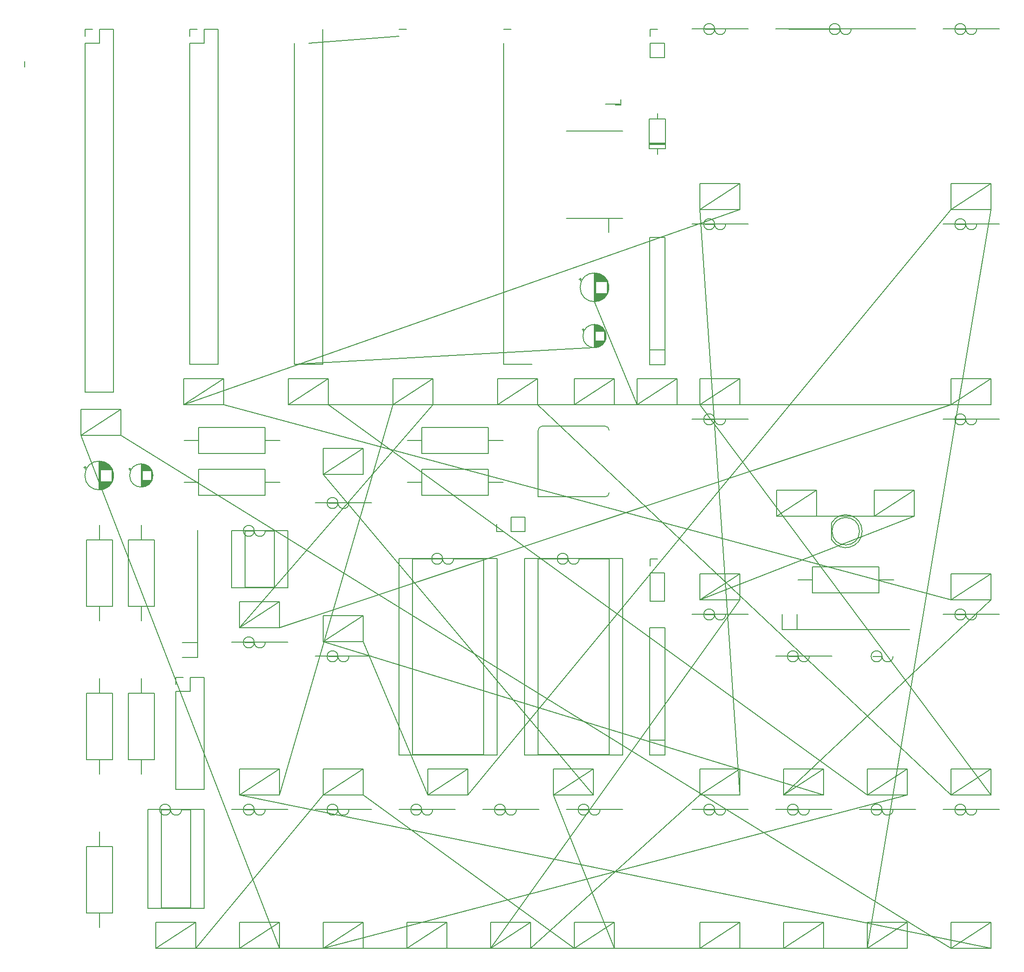
<source format=gbr>
From 0c2ff098bc6a4b4d9f6394e01cb9a9afd4792077 Mon Sep 17 00:00:00 2001
From: exegete <nikitf-97@mail.ru>
Date: Tue, 27 Oct 2020 17:25:05 +0300
Subject: HC, HCT fix. Gerber archive removed. Scheme pdf added.

---
 gerber/motherboard-F_SilkS.gbr | 2730 ++++++++++++++++++++--------------------
 1 file changed, 1387 insertions(+), 1343 deletions(-)

(limited to 'gerber/motherboard-F_SilkS.gbr')

diff --git a/gerber/motherboard-F_SilkS.gbr b/gerber/motherboard-F_SilkS.gbr
index 6553315..f2f0062 100644
--- a/gerber/motherboard-F_SilkS.gbr
+++ b/gerber/motherboard-F_SilkS.gbr
@@ -1,14 +1,15 @@
-G04 #@! TF.GenerationSoftware,KiCad,Pcbnew,5.1.5*
-G04 #@! TF.CreationDate,2020-09-25T13:07:15+03:00*
+G04 #@! TF.GenerationSoftware,KiCad,Pcbnew,5.1.6*
+G04 #@! TF.CreationDate,2020-10-27T17:21:32+03:00*
 G04 #@! TF.ProjectId,motherboard,6d6f7468-6572-4626-9f61-72642e6b6963,rev?*
 G04 #@! TF.SameCoordinates,Original*
 G04 #@! TF.FileFunction,Legend,Top*
 G04 #@! TF.FilePolarity,Positive*
 %FSLAX46Y46*%
 G04 Gerber Fmt 4.6, Leading zero omitted, Abs format (unit mm)*
-G04 Created by KiCad (PCBNEW 5.1.5) date 2020-09-25 13:07:15*
+G04 Created by KiCad (PCBNEW 5.1.6) date 2020-10-27 17:21:32*
 %MOMM*%
 %LPD*%
+G01*
 G04 APERTURE LIST*
 %ADD10C,0.120000*%
 %ADD11C,0.150000*%
@@ -20,7 +21,8 @@ X204470000Y-98425000D02*
 X208915000Y-98425000D01*
 X204470000Y-98425000D02*
 G75*
-G02X204470000Y-92075000I0J3175000D01*
+G02*
+X204470000Y-92075000I0J3175000D01*
 G01*
 X205740000Y-104775000D02*
 X201295000Y-104775000D01*
@@ -28,7 +30,8 @@ X205740000Y-111125000D02*
 X201295000Y-111125000D01*
 X205740000Y-104775000D02*
 G75*
-G02X205740000Y-111125000I0J-3175000D01*
+G02*
+X205740000Y-111125000I0J-3175000D01*
 G01*
 X208915000Y-101600000D02*
 X208915000Y-99695000D01*
@@ -38,11 +41,13 @@ X201295000Y-101600000D02*
 X201295000Y-99695000D01*
 X208915000Y-101600000D02*
 G75*
-G02X205105000Y-101600000I-1905000J0D01*
+G02*
+X205105000Y-101600000I-1905000J0D01*
 G01*
 X205105000Y-101600000D02*
 G75*
-G02X201295000Y-101600000I-1905000J0D01*
+G02*
+X201295000Y-101600000I-1905000J0D01*
 G01*
 X208915000Y-114300000D02*
 X208915000Y-116205000D01*
@@ -50,11 +55,13 @@ X201295000Y-114300000D02*
 X201295000Y-112395000D01*
 X205105000Y-114300000D02*
 G75*
-G02X208915000Y-114300000I1905000J0D01*
+G02*
+X208915000Y-114300000I1905000J0D01*
 G01*
 X205105000Y-114300000D02*
 G75*
-G02X201295000Y-114300000I-1905000J0D01*
+G02*
+X201295000Y-114300000I-1905000J0D01*
 G01*
 D11*
 X131699047Y-24201428D02*
@@ -183,7 +190,8 @@ X175530000Y-134560000D02*
 X173880000Y-134560000D01*
 X177530000Y-134560000D02*
 G75*
-G02X175530000Y-134560000I-1000000J0D01*
+G02*
+X175530000Y-134560000I-1000000J0D01*
 G01*
 X97850000Y-162440000D02*
 X87570000Y-162440000D01*
@@ -205,7 +213,8 @@ X91710000Y-162500000D02*
 X90060000Y-162500000D01*
 X93710000Y-162500000D02*
 G75*
-G02X91710000Y-162500000I-1000000J0D01*
+G02*
+X91710000Y-162500000I-1000000J0D01*
 G01*
 X113090000Y-162440000D02*
 X102810000Y-162440000D01*
@@ -227,7 +236,8 @@ X106950000Y-162500000D02*
 X105300000Y-162500000D01*
 X108950000Y-162500000D02*
 G75*
-G02X106950000Y-162500000I-1000000J0D01*
+G02*
+X106950000Y-162500000I-1000000J0D01*
 G01*
 X67370000Y-131960000D02*
 X57090000Y-131960000D01*
@@ -249,7 +259,8 @@ X61230000Y-132020000D02*
 X59580000Y-132020000D01*
 X63230000Y-132020000D02*
 G75*
-G02X61230000Y-132020000I-1000000J0D01*
+G02*
+X61230000Y-132020000I-1000000J0D01*
 G01*
 X181670000Y-20200000D02*
 X156150000Y-20200000D01*
@@ -271,29 +282,31 @@ X167910000Y-20260000D02*
 X158640000Y-20260000D01*
 X169910000Y-20260000D02*
 G75*
-G02X167910000Y-20260000I-1000000J0D01*
+G02*
+X167910000Y-20260000I-1000000J0D01*
 G01*
-X128330000Y-116720000D02*
-X110430000Y-116720000D01*
-X128330000Y-152520000D02*
-X128330000Y-116720000D01*
-X110430000Y-152520000D02*
-X128330000Y-152520000D01*
-X110430000Y-116720000D02*
-X110430000Y-152520000D01*
-X125840000Y-116780000D02*
-X120380000Y-116780000D01*
-X125840000Y-152460000D02*
-X125840000Y-116780000D01*
-X112920000Y-152460000D02*
-X125840000Y-152460000D01*
-X112920000Y-116780000D02*
-X112920000Y-152460000D01*
 X118380000Y-116780000D02*
 X112920000Y-116780000D01*
+X112920000Y-116780000D02*
+X112920000Y-152460000D01*
+X112920000Y-152460000D02*
+X125840000Y-152460000D01*
+X125840000Y-152460000D02*
+X125840000Y-116780000D01*
+X125840000Y-116780000D02*
+X120380000Y-116780000D01*
+X110430000Y-116720000D02*
+X110430000Y-152520000D01*
+X110430000Y-152520000D02*
+X128330000Y-152520000D01*
+X128330000Y-152520000D02*
+X128330000Y-116720000D01*
+X128330000Y-116720000D02*
+X110430000Y-116720000D01*
 X120380000Y-116780000D02*
 G75*
-G02X118380000Y-116780000I-1000000J0D01*
+G02*
+X118380000Y-116780000I-1000000J0D01*
 G01*
 X82610000Y-134500000D02*
 X72330000Y-134500000D01*
@@ -315,7 +328,8 @@ X76470000Y-134560000D02*
 X74820000Y-134560000D01*
 X78470000Y-134560000D02*
 G75*
-G02X76470000Y-134560000I-1000000J0D01*
+G02*
+X76470000Y-134560000I-1000000J0D01*
 G01*
 X151190000Y-91320000D02*
 X140910000Y-91320000D01*
@@ -337,7 +351,8 @@ X145050000Y-91380000D02*
 X143400000Y-91380000D01*
 X147050000Y-91380000D02*
 G75*
-G02X145050000Y-91380000I-1000000J0D01*
+G02*
+X145050000Y-91380000I-1000000J0D01*
 G01*
 X196910000Y-55760000D02*
 X186630000Y-55760000D01*
@@ -359,7 +374,8 @@ X190770000Y-55820000D02*
 X189120000Y-55820000D01*
 X192770000Y-55820000D02*
 G75*
-G02X190770000Y-55820000I-1000000J0D01*
+G02*
+X190770000Y-55820000I-1000000J0D01*
 G01*
 X82610000Y-106560000D02*
 X72330000Y-106560000D01*
@@ -381,7 +397,8 @@ X76470000Y-106620000D02*
 X74820000Y-106620000D01*
 X78470000Y-106620000D02*
 G75*
-G02X76470000Y-106620000I-1000000J0D01*
+G02*
+X76470000Y-106620000I-1000000J0D01*
 G01*
 X166430000Y-134500000D02*
 X156150000Y-134500000D01*
@@ -403,7 +420,8 @@ X160290000Y-134560000D02*
 X158640000Y-134560000D01*
 X162290000Y-134560000D02*
 G75*
-G02X160290000Y-134560000I-1000000J0D01*
+G02*
+X160290000Y-134560000I-1000000J0D01*
 G01*
 X151190000Y-20200000D02*
 X140910000Y-20200000D01*
@@ -425,7 +443,8 @@ X145050000Y-20260000D02*
 X143400000Y-20260000D01*
 X147050000Y-20260000D02*
 G75*
-G02X145050000Y-20260000I-1000000J0D01*
+G02*
+X145050000Y-20260000I-1000000J0D01*
 G01*
 X196910000Y-91320000D02*
 X186630000Y-91320000D01*
@@ -447,486 +466,490 @@ X190770000Y-91380000D02*
 X189120000Y-91380000D01*
 X192770000Y-91380000D02*
 G75*
-G02X190770000Y-91380000I-1000000J0D01*
+G02*
+X190770000Y-91380000I-1000000J0D01*
 G01*
-X30445225Y-99875000D02*
-X30445225Y-100375000D01*
-X30195225Y-100125000D02*
-X30695225Y-100125000D01*
-X35601000Y-101316000D02*
-X35601000Y-101884000D01*
-X35561000Y-101082000D02*
-X35561000Y-102118000D01*
-X35521000Y-100923000D02*
-X35521000Y-102277000D01*
-X35481000Y-100795000D02*
-X35481000Y-102405000D01*
-X35441000Y-100685000D02*
-X35441000Y-102515000D01*
-X35401000Y-100589000D02*
-X35401000Y-102611000D01*
-X35361000Y-100502000D02*
-X35361000Y-102698000D01*
-X35321000Y-100422000D02*
-X35321000Y-102778000D01*
-X35281000Y-102640000D02*
-X35281000Y-102851000D01*
-X35281000Y-100349000D02*
-X35281000Y-100560000D01*
-X35241000Y-102640000D02*
-X35241000Y-102919000D01*
-X35241000Y-100281000D02*
-X35241000Y-100560000D01*
-X35201000Y-102640000D02*
-X35201000Y-102983000D01*
-X35201000Y-100217000D02*
-X35201000Y-100560000D01*
-X35161000Y-102640000D02*
-X35161000Y-103043000D01*
-X35161000Y-100157000D02*
-X35161000Y-100560000D01*
-X35121000Y-102640000D02*
-X35121000Y-103100000D01*
-X35121000Y-100100000D02*
-X35121000Y-100560000D01*
-X35081000Y-102640000D02*
-X35081000Y-103154000D01*
-X35081000Y-100046000D02*
-X35081000Y-100560000D01*
-X35041000Y-102640000D02*
-X35041000Y-103205000D01*
-X35041000Y-99995000D02*
-X35041000Y-100560000D01*
-X35001000Y-102640000D02*
-X35001000Y-103253000D01*
-X35001000Y-99947000D02*
-X35001000Y-100560000D01*
-X34961000Y-102640000D02*
-X34961000Y-103299000D01*
-X34961000Y-99901000D02*
-X34961000Y-100560000D01*
-X34921000Y-102640000D02*
-X34921000Y-103343000D01*
-X34921000Y-99857000D02*
-X34921000Y-100560000D01*
-X34881000Y-102640000D02*
-X34881000Y-103385000D01*
-X34881000Y-99815000D02*
-X34881000Y-100560000D01*
-X34841000Y-102640000D02*
-X34841000Y-103426000D01*
-X34841000Y-99774000D02*
-X34841000Y-100560000D01*
-X34801000Y-102640000D02*
-X34801000Y-103464000D01*
-X34801000Y-99736000D02*
-X34801000Y-100560000D01*
-X34761000Y-102640000D02*
-X34761000Y-103501000D01*
-X34761000Y-99699000D02*
-X34761000Y-100560000D01*
-X34721000Y-102640000D02*
-X34721000Y-103537000D01*
-X34721000Y-99663000D02*
-X34721000Y-100560000D01*
-X34681000Y-102640000D02*
-X34681000Y-103571000D01*
-X34681000Y-99629000D02*
-X34681000Y-100560000D01*
-X34641000Y-102640000D02*
-X34641000Y-103604000D01*
-X34641000Y-99596000D02*
-X34641000Y-100560000D01*
-X34601000Y-102640000D02*
-X34601000Y-103635000D01*
-X34601000Y-99565000D02*
-X34601000Y-100560000D01*
-X34561000Y-102640000D02*
-X34561000Y-103665000D01*
-X34561000Y-99535000D02*
-X34561000Y-100560000D01*
-X34521000Y-102640000D02*
-X34521000Y-103695000D01*
-X34521000Y-99505000D02*
-X34521000Y-100560000D01*
-X34481000Y-102640000D02*
-X34481000Y-103722000D01*
-X34481000Y-99478000D02*
-X34481000Y-100560000D01*
-X34441000Y-102640000D02*
-X34441000Y-103749000D01*
-X34441000Y-99451000D02*
-X34441000Y-100560000D01*
-X34401000Y-102640000D02*
-X34401000Y-103775000D01*
-X34401000Y-99425000D02*
-X34401000Y-100560000D01*
-X34361000Y-102640000D02*
-X34361000Y-103800000D01*
-X34361000Y-99400000D02*
-X34361000Y-100560000D01*
-X34321000Y-102640000D02*
-X34321000Y-103824000D01*
-X34321000Y-99376000D02*
-X34321000Y-100560000D01*
-X34281000Y-102640000D02*
-X34281000Y-103847000D01*
-X34281000Y-99353000D02*
-X34281000Y-100560000D01*
-X34241000Y-102640000D02*
-X34241000Y-103868000D01*
-X34241000Y-99332000D02*
-X34241000Y-100560000D01*
-X34201000Y-102640000D02*
-X34201000Y-103890000D01*
-X34201000Y-99310000D02*
-X34201000Y-100560000D01*
-X34161000Y-102640000D02*
-X34161000Y-103910000D01*
-X34161000Y-99290000D02*
-X34161000Y-100560000D01*
-X34121000Y-102640000D02*
-X34121000Y-103929000D01*
-X34121000Y-99271000D02*
-X34121000Y-100560000D01*
-X34081000Y-102640000D02*
-X34081000Y-103948000D01*
-X34081000Y-99252000D02*
-X34081000Y-100560000D01*
-X34041000Y-102640000D02*
-X34041000Y-103965000D01*
-X34041000Y-99235000D02*
-X34041000Y-100560000D01*
-X34001000Y-102640000D02*
-X34001000Y-103982000D01*
-X34001000Y-99218000D02*
-X34001000Y-100560000D01*
-X33961000Y-102640000D02*
-X33961000Y-103998000D01*
-X33961000Y-99202000D02*
-X33961000Y-100560000D01*
-X33921000Y-102640000D02*
-X33921000Y-104014000D01*
-X33921000Y-99186000D02*
-X33921000Y-100560000D01*
-X33881000Y-102640000D02*
-X33881000Y-104028000D01*
-X33881000Y-99172000D02*
-X33881000Y-100560000D01*
-X33841000Y-102640000D02*
-X33841000Y-104042000D01*
-X33841000Y-99158000D02*
-X33841000Y-100560000D01*
-X33801000Y-102640000D02*
-X33801000Y-104055000D01*
-X33801000Y-99145000D02*
-X33801000Y-100560000D01*
-X33761000Y-102640000D02*
-X33761000Y-104068000D01*
-X33761000Y-99132000D02*
-X33761000Y-100560000D01*
-X33721000Y-102640000D02*
-X33721000Y-104080000D01*
-X33721000Y-99120000D02*
-X33721000Y-100560000D01*
-X33680000Y-102640000D02*
-X33680000Y-104091000D01*
-X33680000Y-99109000D02*
-X33680000Y-100560000D01*
-X33640000Y-102640000D02*
-X33640000Y-104101000D01*
-X33640000Y-99099000D02*
-X33640000Y-100560000D01*
-X33600000Y-102640000D02*
-X33600000Y-104111000D01*
-X33600000Y-99089000D02*
-X33600000Y-100560000D01*
-X33560000Y-102640000D02*
-X33560000Y-104120000D01*
-X33560000Y-99080000D02*
-X33560000Y-100560000D01*
-X33520000Y-102640000D02*
-X33520000Y-104128000D01*
-X33520000Y-99072000D02*
-X33520000Y-100560000D01*
-X33480000Y-102640000D02*
-X33480000Y-104136000D01*
-X33480000Y-99064000D02*
-X33480000Y-100560000D01*
-X33440000Y-102640000D02*
-X33440000Y-104143000D01*
-X33440000Y-99057000D02*
-X33440000Y-100560000D01*
-X33400000Y-102640000D02*
-X33400000Y-104150000D01*
-X33400000Y-99050000D02*
-X33400000Y-100560000D01*
-X33360000Y-102640000D02*
-X33360000Y-104156000D01*
-X33360000Y-99044000D02*
-X33360000Y-100560000D01*
-X33320000Y-102640000D02*
-X33320000Y-104161000D01*
-X33320000Y-99039000D02*
-X33320000Y-100560000D01*
-X33280000Y-102640000D02*
-X33280000Y-104165000D01*
-X33280000Y-99035000D02*
-X33280000Y-100560000D01*
-X33240000Y-102640000D02*
-X33240000Y-104169000D01*
-X33240000Y-99031000D02*
-X33240000Y-100560000D01*
-X33200000Y-99027000D02*
-X33200000Y-104173000D01*
-X33160000Y-99024000D02*
-X33160000Y-104176000D01*
-X33120000Y-99022000D02*
-X33120000Y-104178000D01*
-X33080000Y-99021000D02*
-X33080000Y-104179000D01*
-X33040000Y-99020000D02*
-X33040000Y-104180000D01*
-X33000000Y-99020000D02*
-X33000000Y-104180000D01*
 X35620000Y-101600000D02*
 G75*
-G03X35620000Y-101600000I-2620000J0D01*
+G03*
+X35620000Y-101600000I-2620000J0D01*
 G01*
-X38586199Y-100205000D02*
-X38586199Y-100605000D01*
-X38386199Y-100405000D02*
-X38786199Y-100405000D01*
-X42737000Y-101230000D02*
-X42737000Y-101970000D01*
-X42697000Y-101063000D02*
-X42697000Y-102137000D01*
-X42657000Y-100936000D02*
-X42657000Y-102264000D01*
-X42617000Y-100832000D02*
-X42617000Y-102368000D01*
-X42577000Y-100741000D02*
-X42577000Y-102459000D01*
-X42537000Y-100660000D02*
-X42537000Y-102540000D01*
-X42497000Y-100587000D02*
-X42497000Y-102613000D01*
-X42457000Y-102440000D02*
-X42457000Y-102680000D01*
-X42457000Y-100520000D02*
-X42457000Y-100760000D01*
-X42417000Y-102440000D02*
-X42417000Y-102742000D01*
-X42417000Y-100458000D02*
-X42417000Y-100760000D01*
-X42377000Y-102440000D02*
-X42377000Y-102800000D01*
-X42377000Y-100400000D02*
-X42377000Y-100760000D01*
-X42337000Y-102440000D02*
-X42337000Y-102854000D01*
-X42337000Y-100346000D02*
-X42337000Y-100760000D01*
-X42297000Y-102440000D02*
-X42297000Y-102904000D01*
-X42297000Y-100296000D02*
-X42297000Y-100760000D01*
-X42257000Y-102440000D02*
-X42257000Y-102951000D01*
-X42257000Y-100249000D02*
-X42257000Y-100760000D01*
-X42217000Y-102440000D02*
-X42217000Y-102996000D01*
-X42217000Y-100204000D02*
-X42217000Y-100760000D01*
-X42177000Y-102440000D02*
-X42177000Y-103038000D01*
-X42177000Y-100162000D02*
-X42177000Y-100760000D01*
-X42137000Y-102440000D02*
-X42137000Y-103078000D01*
-X42137000Y-100122000D02*
-X42137000Y-100760000D01*
-X42097000Y-102440000D02*
-X42097000Y-103116000D01*
-X42097000Y-100084000D02*
-X42097000Y-100760000D01*
-X42057000Y-102440000D02*
-X42057000Y-103152000D01*
-X42057000Y-100048000D02*
-X42057000Y-100760000D01*
-X42017000Y-102440000D02*
-X42017000Y-103187000D01*
-X42017000Y-100013000D02*
-X42017000Y-100760000D01*
-X41977000Y-102440000D02*
-X41977000Y-103219000D01*
-X41977000Y-99981000D02*
-X41977000Y-100760000D01*
-X41937000Y-102440000D02*
-X41937000Y-103250000D01*
-X41937000Y-99950000D02*
-X41937000Y-100760000D01*
-X41897000Y-102440000D02*
-X41897000Y-103280000D01*
-X41897000Y-99920000D02*
-X41897000Y-100760000D01*
-X41857000Y-102440000D02*
-X41857000Y-103308000D01*
-X41857000Y-99892000D02*
-X41857000Y-100760000D01*
-X41817000Y-102440000D02*
-X41817000Y-103335000D01*
-X41817000Y-99865000D02*
-X41817000Y-100760000D01*
-X41777000Y-102440000D02*
-X41777000Y-103360000D01*
-X41777000Y-99840000D02*
-X41777000Y-100760000D01*
-X41737000Y-102440000D02*
-X41737000Y-103385000D01*
-X41737000Y-99815000D02*
-X41737000Y-100760000D01*
-X41697000Y-102440000D02*
-X41697000Y-103408000D01*
-X41697000Y-99792000D02*
-X41697000Y-100760000D01*
-X41657000Y-102440000D02*
-X41657000Y-103430000D01*
-X41657000Y-99770000D02*
-X41657000Y-100760000D01*
-X41617000Y-102440000D02*
-X41617000Y-103451000D01*
-X41617000Y-99749000D02*
-X41617000Y-100760000D01*
-X41577000Y-102440000D02*
-X41577000Y-103470000D01*
-X41577000Y-99730000D02*
-X41577000Y-100760000D01*
-X41537000Y-102440000D02*
-X41537000Y-103489000D01*
-X41537000Y-99711000D02*
-X41537000Y-100760000D01*
-X41497000Y-102440000D02*
-X41497000Y-103507000D01*
-X41497000Y-99693000D02*
-X41497000Y-100760000D01*
-X41457000Y-102440000D02*
-X41457000Y-103524000D01*
-X41457000Y-99676000D02*
-X41457000Y-100760000D01*
-X41417000Y-102440000D02*
-X41417000Y-103540000D01*
-X41417000Y-99660000D02*
-X41417000Y-100760000D01*
-X41377000Y-102440000D02*
-X41377000Y-103554000D01*
-X41377000Y-99646000D02*
-X41377000Y-100760000D01*
-X41336000Y-102440000D02*
-X41336000Y-103568000D01*
-X41336000Y-99632000D02*
-X41336000Y-100760000D01*
-X41296000Y-102440000D02*
-X41296000Y-103582000D01*
-X41296000Y-99618000D02*
-X41296000Y-100760000D01*
-X41256000Y-102440000D02*
-X41256000Y-103594000D01*
-X41256000Y-99606000D02*
-X41256000Y-100760000D01*
-X41216000Y-102440000D02*
-X41216000Y-103605000D01*
-X41216000Y-99595000D02*
-X41216000Y-100760000D01*
-X41176000Y-102440000D02*
-X41176000Y-103616000D01*
-X41176000Y-99584000D02*
-X41176000Y-100760000D01*
-X41136000Y-102440000D02*
-X41136000Y-103625000D01*
-X41136000Y-99575000D02*
-X41136000Y-100760000D01*
-X41096000Y-102440000D02*
-X41096000Y-103634000D01*
-X41096000Y-99566000D02*
-X41096000Y-100760000D01*
-X41056000Y-102440000D02*
-X41056000Y-103642000D01*
-X41056000Y-99558000D02*
-X41056000Y-100760000D01*
-X41016000Y-102440000D02*
-X41016000Y-103650000D01*
-X41016000Y-99550000D02*
-X41016000Y-100760000D01*
-X40976000Y-102440000D02*
-X40976000Y-103656000D01*
-X40976000Y-99544000D02*
-X40976000Y-100760000D01*
-X40936000Y-102440000D02*
-X40936000Y-103662000D01*
-X40936000Y-99538000D02*
-X40936000Y-100760000D01*
-X40896000Y-102440000D02*
-X40896000Y-103667000D01*
-X40896000Y-99533000D02*
-X40896000Y-100760000D01*
-X40856000Y-102440000D02*
-X40856000Y-103671000D01*
-X40856000Y-99529000D02*
-X40856000Y-100760000D01*
-X40816000Y-99526000D02*
-X40816000Y-103674000D01*
-X40776000Y-99523000D02*
-X40776000Y-103677000D01*
-X40736000Y-99521000D02*
-X40736000Y-103679000D01*
-X40696000Y-99520000D02*
-X40696000Y-103680000D01*
-X40656000Y-99520000D02*
-X40656000Y-103680000D01*
+X33000000Y-99020000D02*
+X33000000Y-104180000D01*
+X33040000Y-99020000D02*
+X33040000Y-104180000D01*
+X33080000Y-99021000D02*
+X33080000Y-104179000D01*
+X33120000Y-99022000D02*
+X33120000Y-104178000D01*
+X33160000Y-99024000D02*
+X33160000Y-104176000D01*
+X33200000Y-99027000D02*
+X33200000Y-104173000D01*
+X33240000Y-99031000D02*
+X33240000Y-100560000D01*
+X33240000Y-102640000D02*
+X33240000Y-104169000D01*
+X33280000Y-99035000D02*
+X33280000Y-100560000D01*
+X33280000Y-102640000D02*
+X33280000Y-104165000D01*
+X33320000Y-99039000D02*
+X33320000Y-100560000D01*
+X33320000Y-102640000D02*
+X33320000Y-104161000D01*
+X33360000Y-99044000D02*
+X33360000Y-100560000D01*
+X33360000Y-102640000D02*
+X33360000Y-104156000D01*
+X33400000Y-99050000D02*
+X33400000Y-100560000D01*
+X33400000Y-102640000D02*
+X33400000Y-104150000D01*
+X33440000Y-99057000D02*
+X33440000Y-100560000D01*
+X33440000Y-102640000D02*
+X33440000Y-104143000D01*
+X33480000Y-99064000D02*
+X33480000Y-100560000D01*
+X33480000Y-102640000D02*
+X33480000Y-104136000D01*
+X33520000Y-99072000D02*
+X33520000Y-100560000D01*
+X33520000Y-102640000D02*
+X33520000Y-104128000D01*
+X33560000Y-99080000D02*
+X33560000Y-100560000D01*
+X33560000Y-102640000D02*
+X33560000Y-104120000D01*
+X33600000Y-99089000D02*
+X33600000Y-100560000D01*
+X33600000Y-102640000D02*
+X33600000Y-104111000D01*
+X33640000Y-99099000D02*
+X33640000Y-100560000D01*
+X33640000Y-102640000D02*
+X33640000Y-104101000D01*
+X33680000Y-99109000D02*
+X33680000Y-100560000D01*
+X33680000Y-102640000D02*
+X33680000Y-104091000D01*
+X33721000Y-99120000D02*
+X33721000Y-100560000D01*
+X33721000Y-102640000D02*
+X33721000Y-104080000D01*
+X33761000Y-99132000D02*
+X33761000Y-100560000D01*
+X33761000Y-102640000D02*
+X33761000Y-104068000D01*
+X33801000Y-99145000D02*
+X33801000Y-100560000D01*
+X33801000Y-102640000D02*
+X33801000Y-104055000D01*
+X33841000Y-99158000D02*
+X33841000Y-100560000D01*
+X33841000Y-102640000D02*
+X33841000Y-104042000D01*
+X33881000Y-99172000D02*
+X33881000Y-100560000D01*
+X33881000Y-102640000D02*
+X33881000Y-104028000D01*
+X33921000Y-99186000D02*
+X33921000Y-100560000D01*
+X33921000Y-102640000D02*
+X33921000Y-104014000D01*
+X33961000Y-99202000D02*
+X33961000Y-100560000D01*
+X33961000Y-102640000D02*
+X33961000Y-103998000D01*
+X34001000Y-99218000D02*
+X34001000Y-100560000D01*
+X34001000Y-102640000D02*
+X34001000Y-103982000D01*
+X34041000Y-99235000D02*
+X34041000Y-100560000D01*
+X34041000Y-102640000D02*
+X34041000Y-103965000D01*
+X34081000Y-99252000D02*
+X34081000Y-100560000D01*
+X34081000Y-102640000D02*
+X34081000Y-103948000D01*
+X34121000Y-99271000D02*
+X34121000Y-100560000D01*
+X34121000Y-102640000D02*
+X34121000Y-103929000D01*
+X34161000Y-99290000D02*
+X34161000Y-100560000D01*
+X34161000Y-102640000D02*
+X34161000Y-103910000D01*
+X34201000Y-99310000D02*
+X34201000Y-100560000D01*
+X34201000Y-102640000D02*
+X34201000Y-103890000D01*
+X34241000Y-99332000D02*
+X34241000Y-100560000D01*
+X34241000Y-102640000D02*
+X34241000Y-103868000D01*
+X34281000Y-99353000D02*
+X34281000Y-100560000D01*
+X34281000Y-102640000D02*
+X34281000Y-103847000D01*
+X34321000Y-99376000D02*
+X34321000Y-100560000D01*
+X34321000Y-102640000D02*
+X34321000Y-103824000D01*
+X34361000Y-99400000D02*
+X34361000Y-100560000D01*
+X34361000Y-102640000D02*
+X34361000Y-103800000D01*
+X34401000Y-99425000D02*
+X34401000Y-100560000D01*
+X34401000Y-102640000D02*
+X34401000Y-103775000D01*
+X34441000Y-99451000D02*
+X34441000Y-100560000D01*
+X34441000Y-102640000D02*
+X34441000Y-103749000D01*
+X34481000Y-99478000D02*
+X34481000Y-100560000D01*
+X34481000Y-102640000D02*
+X34481000Y-103722000D01*
+X34521000Y-99505000D02*
+X34521000Y-100560000D01*
+X34521000Y-102640000D02*
+X34521000Y-103695000D01*
+X34561000Y-99535000D02*
+X34561000Y-100560000D01*
+X34561000Y-102640000D02*
+X34561000Y-103665000D01*
+X34601000Y-99565000D02*
+X34601000Y-100560000D01*
+X34601000Y-102640000D02*
+X34601000Y-103635000D01*
+X34641000Y-99596000D02*
+X34641000Y-100560000D01*
+X34641000Y-102640000D02*
+X34641000Y-103604000D01*
+X34681000Y-99629000D02*
+X34681000Y-100560000D01*
+X34681000Y-102640000D02*
+X34681000Y-103571000D01*
+X34721000Y-99663000D02*
+X34721000Y-100560000D01*
+X34721000Y-102640000D02*
+X34721000Y-103537000D01*
+X34761000Y-99699000D02*
+X34761000Y-100560000D01*
+X34761000Y-102640000D02*
+X34761000Y-103501000D01*
+X34801000Y-99736000D02*
+X34801000Y-100560000D01*
+X34801000Y-102640000D02*
+X34801000Y-103464000D01*
+X34841000Y-99774000D02*
+X34841000Y-100560000D01*
+X34841000Y-102640000D02*
+X34841000Y-103426000D01*
+X34881000Y-99815000D02*
+X34881000Y-100560000D01*
+X34881000Y-102640000D02*
+X34881000Y-103385000D01*
+X34921000Y-99857000D02*
+X34921000Y-100560000D01*
+X34921000Y-102640000D02*
+X34921000Y-103343000D01*
+X34961000Y-99901000D02*
+X34961000Y-100560000D01*
+X34961000Y-102640000D02*
+X34961000Y-103299000D01*
+X35001000Y-99947000D02*
+X35001000Y-100560000D01*
+X35001000Y-102640000D02*
+X35001000Y-103253000D01*
+X35041000Y-99995000D02*
+X35041000Y-100560000D01*
+X35041000Y-102640000D02*
+X35041000Y-103205000D01*
+X35081000Y-100046000D02*
+X35081000Y-100560000D01*
+X35081000Y-102640000D02*
+X35081000Y-103154000D01*
+X35121000Y-100100000D02*
+X35121000Y-100560000D01*
+X35121000Y-102640000D02*
+X35121000Y-103100000D01*
+X35161000Y-100157000D02*
+X35161000Y-100560000D01*
+X35161000Y-102640000D02*
+X35161000Y-103043000D01*
+X35201000Y-100217000D02*
+X35201000Y-100560000D01*
+X35201000Y-102640000D02*
+X35201000Y-102983000D01*
+X35241000Y-100281000D02*
+X35241000Y-100560000D01*
+X35241000Y-102640000D02*
+X35241000Y-102919000D01*
+X35281000Y-100349000D02*
+X35281000Y-100560000D01*
+X35281000Y-102640000D02*
+X35281000Y-102851000D01*
+X35321000Y-100422000D02*
+X35321000Y-102778000D01*
+X35361000Y-100502000D02*
+X35361000Y-102698000D01*
+X35401000Y-100589000D02*
+X35401000Y-102611000D01*
+X35441000Y-100685000D02*
+X35441000Y-102515000D01*
+X35481000Y-100795000D02*
+X35481000Y-102405000D01*
+X35521000Y-100923000D02*
+X35521000Y-102277000D01*
+X35561000Y-101082000D02*
+X35561000Y-102118000D01*
+X35601000Y-101316000D02*
+X35601000Y-101884000D01*
+X30195225Y-100125000D02*
+X30695225Y-100125000D01*
+X30445225Y-99875000D02*
+X30445225Y-100375000D01*
 X42776000Y-101600000D02*
 G75*
-G03X42776000Y-101600000I-2120000J0D01*
+G03*
+X42776000Y-101600000I-2120000J0D01*
 G01*
-X52130000Y-162440000D02*
-X41850000Y-162440000D01*
-X52130000Y-180460000D02*
-X52130000Y-162440000D01*
-X41850000Y-180460000D02*
-X52130000Y-180460000D01*
-X41850000Y-162440000D02*
-X41850000Y-180460000D01*
-X49640000Y-162500000D02*
-X47990000Y-162500000D01*
-X49640000Y-180400000D02*
-X49640000Y-162500000D01*
-X44340000Y-180400000D02*
-X49640000Y-180400000D01*
-X44340000Y-162500000D02*
-X44340000Y-180400000D01*
+X40656000Y-99520000D02*
+X40656000Y-103680000D01*
+X40696000Y-99520000D02*
+X40696000Y-103680000D01*
+X40736000Y-99521000D02*
+X40736000Y-103679000D01*
+X40776000Y-99523000D02*
+X40776000Y-103677000D01*
+X40816000Y-99526000D02*
+X40816000Y-103674000D01*
+X40856000Y-99529000D02*
+X40856000Y-100760000D01*
+X40856000Y-102440000D02*
+X40856000Y-103671000D01*
+X40896000Y-99533000D02*
+X40896000Y-100760000D01*
+X40896000Y-102440000D02*
+X40896000Y-103667000D01*
+X40936000Y-99538000D02*
+X40936000Y-100760000D01*
+X40936000Y-102440000D02*
+X40936000Y-103662000D01*
+X40976000Y-99544000D02*
+X40976000Y-100760000D01*
+X40976000Y-102440000D02*
+X40976000Y-103656000D01*
+X41016000Y-99550000D02*
+X41016000Y-100760000D01*
+X41016000Y-102440000D02*
+X41016000Y-103650000D01*
+X41056000Y-99558000D02*
+X41056000Y-100760000D01*
+X41056000Y-102440000D02*
+X41056000Y-103642000D01*
+X41096000Y-99566000D02*
+X41096000Y-100760000D01*
+X41096000Y-102440000D02*
+X41096000Y-103634000D01*
+X41136000Y-99575000D02*
+X41136000Y-100760000D01*
+X41136000Y-102440000D02*
+X41136000Y-103625000D01*
+X41176000Y-99584000D02*
+X41176000Y-100760000D01*
+X41176000Y-102440000D02*
+X41176000Y-103616000D01*
+X41216000Y-99595000D02*
+X41216000Y-100760000D01*
+X41216000Y-102440000D02*
+X41216000Y-103605000D01*
+X41256000Y-99606000D02*
+X41256000Y-100760000D01*
+X41256000Y-102440000D02*
+X41256000Y-103594000D01*
+X41296000Y-99618000D02*
+X41296000Y-100760000D01*
+X41296000Y-102440000D02*
+X41296000Y-103582000D01*
+X41336000Y-99632000D02*
+X41336000Y-100760000D01*
+X41336000Y-102440000D02*
+X41336000Y-103568000D01*
+X41377000Y-99646000D02*
+X41377000Y-100760000D01*
+X41377000Y-102440000D02*
+X41377000Y-103554000D01*
+X41417000Y-99660000D02*
+X41417000Y-100760000D01*
+X41417000Y-102440000D02*
+X41417000Y-103540000D01*
+X41457000Y-99676000D02*
+X41457000Y-100760000D01*
+X41457000Y-102440000D02*
+X41457000Y-103524000D01*
+X41497000Y-99693000D02*
+X41497000Y-100760000D01*
+X41497000Y-102440000D02*
+X41497000Y-103507000D01*
+X41537000Y-99711000D02*
+X41537000Y-100760000D01*
+X41537000Y-102440000D02*
+X41537000Y-103489000D01*
+X41577000Y-99730000D02*
+X41577000Y-100760000D01*
+X41577000Y-102440000D02*
+X41577000Y-103470000D01*
+X41617000Y-99749000D02*
+X41617000Y-100760000D01*
+X41617000Y-102440000D02*
+X41617000Y-103451000D01*
+X41657000Y-99770000D02*
+X41657000Y-100760000D01*
+X41657000Y-102440000D02*
+X41657000Y-103430000D01*
+X41697000Y-99792000D02*
+X41697000Y-100760000D01*
+X41697000Y-102440000D02*
+X41697000Y-103408000D01*
+X41737000Y-99815000D02*
+X41737000Y-100760000D01*
+X41737000Y-102440000D02*
+X41737000Y-103385000D01*
+X41777000Y-99840000D02*
+X41777000Y-100760000D01*
+X41777000Y-102440000D02*
+X41777000Y-103360000D01*
+X41817000Y-99865000D02*
+X41817000Y-100760000D01*
+X41817000Y-102440000D02*
+X41817000Y-103335000D01*
+X41857000Y-99892000D02*
+X41857000Y-100760000D01*
+X41857000Y-102440000D02*
+X41857000Y-103308000D01*
+X41897000Y-99920000D02*
+X41897000Y-100760000D01*
+X41897000Y-102440000D02*
+X41897000Y-103280000D01*
+X41937000Y-99950000D02*
+X41937000Y-100760000D01*
+X41937000Y-102440000D02*
+X41937000Y-103250000D01*
+X41977000Y-99981000D02*
+X41977000Y-100760000D01*
+X41977000Y-102440000D02*
+X41977000Y-103219000D01*
+X42017000Y-100013000D02*
+X42017000Y-100760000D01*
+X42017000Y-102440000D02*
+X42017000Y-103187000D01*
+X42057000Y-100048000D02*
+X42057000Y-100760000D01*
+X42057000Y-102440000D02*
+X42057000Y-103152000D01*
+X42097000Y-100084000D02*
+X42097000Y-100760000D01*
+X42097000Y-102440000D02*
+X42097000Y-103116000D01*
+X42137000Y-100122000D02*
+X42137000Y-100760000D01*
+X42137000Y-102440000D02*
+X42137000Y-103078000D01*
+X42177000Y-100162000D02*
+X42177000Y-100760000D01*
+X42177000Y-102440000D02*
+X42177000Y-103038000D01*
+X42217000Y-100204000D02*
+X42217000Y-100760000D01*
+X42217000Y-102440000D02*
+X42217000Y-102996000D01*
+X42257000Y-100249000D02*
+X42257000Y-100760000D01*
+X42257000Y-102440000D02*
+X42257000Y-102951000D01*
+X42297000Y-100296000D02*
+X42297000Y-100760000D01*
+X42297000Y-102440000D02*
+X42297000Y-102904000D01*
+X42337000Y-100346000D02*
+X42337000Y-100760000D01*
+X42337000Y-102440000D02*
+X42337000Y-102854000D01*
+X42377000Y-100400000D02*
+X42377000Y-100760000D01*
+X42377000Y-102440000D02*
+X42377000Y-102800000D01*
+X42417000Y-100458000D02*
+X42417000Y-100760000D01*
+X42417000Y-102440000D02*
+X42417000Y-102742000D01*
+X42457000Y-100520000D02*
+X42457000Y-100760000D01*
+X42457000Y-102440000D02*
+X42457000Y-102680000D01*
+X42497000Y-100587000D02*
+X42497000Y-102613000D01*
+X42537000Y-100660000D02*
+X42537000Y-102540000D01*
+X42577000Y-100741000D02*
+X42577000Y-102459000D01*
+X42617000Y-100832000D02*
+X42617000Y-102368000D01*
+X42657000Y-100936000D02*
+X42657000Y-102264000D01*
+X42697000Y-101063000D02*
+X42697000Y-102137000D01*
+X42737000Y-101230000D02*
+X42737000Y-101970000D01*
+X38386199Y-100405000D02*
+X38786199Y-100405000D01*
+X38586199Y-100205000D02*
+X38586199Y-100605000D01*
 X45990000Y-162500000D02*
 X44340000Y-162500000D01*
+X44340000Y-162500000D02*
+X44340000Y-180400000D01*
+X44340000Y-180400000D02*
+X49640000Y-180400000D01*
+X49640000Y-180400000D02*
+X49640000Y-162500000D01*
+X49640000Y-162500000D02*
+X47990000Y-162500000D01*
+X41850000Y-162440000D02*
+X41850000Y-180460000D01*
+X41850000Y-180460000D02*
+X52130000Y-180460000D01*
+X52130000Y-180460000D02*
+X52130000Y-162440000D01*
+X52130000Y-162440000D02*
+X41850000Y-162440000D01*
 X47990000Y-162500000D02*
 G75*
-G02X45990000Y-162500000I-1000000J0D01*
+G02*
+X45990000Y-162500000I-1000000J0D01*
 G01*
-X46930000Y-138370000D02*
-X48260000Y-138370000D01*
-X46930000Y-139700000D02*
-X46930000Y-138370000D01*
-X49530000Y-138370000D02*
-X52130000Y-138370000D01*
-X49530000Y-140970000D02*
-X49530000Y-138370000D01*
-X46930000Y-140970000D02*
-X49530000Y-140970000D01*
-X52130000Y-138370000D02*
+X46930000Y-158810000D02*
 X52130000Y-158810000D01*
 X46930000Y-140970000D02*
 X46930000Y-158810000D01*
-X46930000Y-158810000D02*
+X52130000Y-138370000D02*
 X52130000Y-158810000D01*
+X46930000Y-140970000D02*
+X49530000Y-140970000D01*
+X49530000Y-140970000D02*
+X49530000Y-138370000D01*
+X49530000Y-138370000D02*
+X52130000Y-138370000D01*
+X46930000Y-139700000D02*
+X46930000Y-138370000D01*
+X46930000Y-138370000D02*
+X48260000Y-138370000D01*
 X106620000Y-20260000D02*
 X107950000Y-20260000D01*
 X106620000Y-21590000D02*
@@ -943,18 +966,6 @@ X106620000Y-22860000D02*
 X106620000Y-81340000D01*
 X106620000Y-81340000D02*
 X111820000Y-81340000D01*
-X113680000Y-92610000D02*
-G75*
-G03X112930000Y-93360000I0J-750000D01*
-G01*
-X125830000Y-93360000D02*
-G75*
-G03X125080000Y-92610000I-750000J0D01*
-G01*
-X125080000Y-105510000D02*
-G75*
-G03X125830000Y-104760000I0J750000D01*
-G01*
 X112930000Y-105510000D02*
 X125080000Y-105510000D01*
 X125830000Y-104760000D02*
@@ -963,6 +974,21 @@ X125080000Y-92610000D02*
 X113680000Y-92610000D01*
 X112930000Y-93360000D02*
 X112930000Y-105510000D01*
+X125080000Y-105510000D02*
+G75*
+G03*
+X125830000Y-104760000I0J750000D01*
+G01*
+X125830000Y-93360000D02*
+G75*
+G03*
+X125080000Y-92610000I-750000J0D01*
+G01*
+X113680000Y-92610000D02*
+G75*
+G03*
+X112930000Y-93360000I0J-750000D01*
+G01*
 X125730000Y-54730000D02*
 X125730000Y-57270000D01*
 X123190000Y-54730000D02*
@@ -977,27 +1003,28 @@ X118070000Y-38840000D02*
 X128310000Y-38840000D01*
 X118070000Y-54730000D02*
 X128310000Y-54730000D01*
-X67370000Y-111640000D02*
-X57090000Y-111640000D01*
-X67370000Y-122040000D02*
-X67370000Y-111640000D01*
-X57090000Y-122040000D02*
-X67370000Y-122040000D01*
-X57090000Y-111640000D02*
-X57090000Y-122040000D01*
-X64880000Y-111700000D02*
-X63230000Y-111700000D01*
-X64880000Y-121980000D02*
-X64880000Y-111700000D01*
-X59580000Y-121980000D02*
-X64880000Y-121980000D01*
-X59580000Y-111700000D02*
-X59580000Y-121980000D01*
 X61230000Y-111700000D02*
 X59580000Y-111700000D01*
+X59580000Y-111700000D02*
+X59580000Y-121980000D01*
+X59580000Y-121980000D02*
+X64880000Y-121980000D01*
+X64880000Y-121980000D02*
+X64880000Y-111700000D01*
+X64880000Y-111700000D02*
+X63230000Y-111700000D01*
+X57090000Y-111640000D02*
+X57090000Y-122040000D01*
+X57090000Y-122040000D02*
+X67370000Y-122040000D01*
+X67370000Y-122040000D02*
+X67370000Y-111640000D01*
+X67370000Y-111640000D02*
+X57090000Y-111640000D01*
 X63230000Y-111700000D02*
 G75*
-G02X61230000Y-111700000I-1000000J0D01*
+G02*
+X61230000Y-111700000I-1000000J0D01*
 G01*
 X151190000Y-126880000D02*
 X140910000Y-126880000D01*
@@ -1019,7 +1046,8 @@ X145050000Y-126940000D02*
 X143400000Y-126940000D01*
 X147050000Y-126940000D02*
 G75*
-G02X145050000Y-126940000I-1000000J0D01*
+G02*
+X145050000Y-126940000I-1000000J0D01*
 G01*
 X196910000Y-126880000D02*
 X186630000Y-126880000D01*
@@ -1041,7 +1069,8 @@ X190770000Y-126940000D02*
 X189120000Y-126940000D01*
 X192770000Y-126940000D02*
 G75*
-G02X190770000Y-126940000I-1000000J0D01*
+G02*
+X190770000Y-126940000I-1000000J0D01*
 G01*
 X151190000Y-55760000D02*
 X140910000Y-55760000D01*
@@ -1063,7 +1092,8 @@ X145050000Y-55820000D02*
 X143400000Y-55820000D01*
 X147050000Y-55820000D02*
 G75*
-G02X145050000Y-55820000I-1000000J0D01*
+G02*
+X145050000Y-55820000I-1000000J0D01*
 G01*
 X196910000Y-20200000D02*
 X186630000Y-20200000D01*
@@ -1085,7 +1115,8 @@ X190770000Y-20260000D02*
 X189120000Y-20260000D01*
 X192770000Y-20260000D02*
 G75*
-G02X190770000Y-20260000I-1000000J0D01*
+G02*
+X190770000Y-20260000I-1000000J0D01*
 G01*
 X82610000Y-162440000D02*
 X72330000Y-162440000D01*
@@ -1107,7 +1138,8 @@ X76470000Y-162500000D02*
 X74820000Y-162500000D01*
 X78470000Y-162500000D02*
 G75*
-G02X76470000Y-162500000I-1000000J0D01*
+G02*
+X76470000Y-162500000I-1000000J0D01*
 G01*
 X67370000Y-162440000D02*
 X57090000Y-162440000D01*
@@ -1129,7 +1161,8 @@ X61230000Y-162500000D02*
 X59580000Y-162500000D01*
 X63230000Y-162500000D02*
 G75*
-G02X61230000Y-162500000I-1000000J0D01*
+G02*
+X61230000Y-162500000I-1000000J0D01*
 G01*
 X196910000Y-162440000D02*
 X186630000Y-162440000D01*
@@ -1151,29 +1184,31 @@ X190770000Y-162500000D02*
 X189120000Y-162500000D01*
 X192770000Y-162500000D02*
 G75*
-G02X190770000Y-162500000I-1000000J0D01*
+G02*
+X190770000Y-162500000I-1000000J0D01*
 G01*
-X105470000Y-116720000D02*
-X87570000Y-116720000D01*
-X105470000Y-152520000D02*
-X105470000Y-116720000D01*
-X87570000Y-152520000D02*
-X105470000Y-152520000D01*
-X87570000Y-116720000D02*
-X87570000Y-152520000D01*
-X102980000Y-116780000D02*
-X97520000Y-116780000D01*
-X102980000Y-152460000D02*
-X102980000Y-116780000D01*
-X90060000Y-152460000D02*
-X102980000Y-152460000D01*
-X90060000Y-116780000D02*
-X90060000Y-152460000D01*
 X95520000Y-116780000D02*
 X90060000Y-116780000D01*
+X90060000Y-116780000D02*
+X90060000Y-152460000D01*
+X90060000Y-152460000D02*
+X102980000Y-152460000D01*
+X102980000Y-152460000D02*
+X102980000Y-116780000D01*
+X102980000Y-116780000D02*
+X97520000Y-116780000D01*
+X87570000Y-116720000D02*
+X87570000Y-152520000D01*
+X87570000Y-152520000D02*
+X105470000Y-152520000D01*
+X105470000Y-152520000D02*
+X105470000Y-116720000D01*
+X105470000Y-116720000D02*
+X87570000Y-116720000D01*
 X97520000Y-116780000D02*
 G75*
-G02X95520000Y-116780000I-1000000J0D01*
+G02*
+X95520000Y-116780000I-1000000J0D01*
 G01*
 X151190000Y-162440000D02*
 X140910000Y-162440000D01*
@@ -1195,7 +1230,8 @@ X145050000Y-162500000D02*
 X143400000Y-162500000D01*
 X147050000Y-162500000D02*
 G75*
-G02X145050000Y-162500000I-1000000J0D01*
+G02*
+X145050000Y-162500000I-1000000J0D01*
 G01*
 X181670000Y-162440000D02*
 X171390000Y-162440000D01*
@@ -1217,7 +1253,8 @@ X175530000Y-162500000D02*
 X173880000Y-162500000D01*
 X177530000Y-162500000D02*
 G75*
-G02X175530000Y-162500000I-1000000J0D01*
+G02*
+X175530000Y-162500000I-1000000J0D01*
 G01*
 X128330000Y-162440000D02*
 X118050000Y-162440000D01*
@@ -1239,7 +1276,8 @@ X122190000Y-162500000D02*
 X120540000Y-162500000D01*
 X124190000Y-162500000D02*
 G75*
-G02X122190000Y-162500000I-1000000J0D01*
+G02*
+X122190000Y-162500000I-1000000J0D01*
 G01*
 X166430000Y-162440000D02*
 X156150000Y-162440000D01*
@@ -1261,7 +1299,8 @@ X160290000Y-162500000D02*
 X158640000Y-162500000D01*
 X162290000Y-162500000D02*
 G75*
-G02X160290000Y-162500000I-1000000J0D01*
+G02*
+X160290000Y-162500000I-1000000J0D01*
 G01*
 X160020000Y-126870000D02*
 X160020000Y-129670000D01*
@@ -1273,16 +1312,16 @@ X157310000Y-129670000D02*
 X180510000Y-129670000D01*
 X157310000Y-126870000D02*
 X157310000Y-129670000D01*
-X133220000Y-149860000D02*
-X136020000Y-149860000D01*
-X133220000Y-129370000D02*
-X133220000Y-152570000D01*
-X136020000Y-129370000D02*
-X133220000Y-129370000D01*
-X136020000Y-152570000D02*
-X136020000Y-129370000D01*
 X133220000Y-152570000D02*
 X136020000Y-152570000D01*
+X136020000Y-152570000D02*
+X136020000Y-129370000D01*
+X136020000Y-129370000D02*
+X133220000Y-129370000D01*
+X133220000Y-129370000D02*
+X133220000Y-152570000D01*
+X133220000Y-149860000D02*
+X136020000Y-149860000D01*
 X48130000Y-132080000D02*
 X50930000Y-132080000D01*
 X48130000Y-111590000D02*
@@ -1293,160 +1332,160 @@ X50930000Y-134790000D02*
 X50930000Y-111590000D01*
 X48130000Y-134790000D02*
 X50930000Y-134790000D01*
-X133220000Y-78740000D02*
-X136020000Y-78740000D01*
-X133220000Y-58250000D02*
-X133220000Y-81450000D01*
-X136020000Y-58250000D02*
-X133220000Y-58250000D01*
-X136020000Y-81450000D02*
-X136020000Y-58250000D01*
 X133220000Y-81450000D02*
 X136020000Y-81450000D01*
-X177630000Y-120650000D02*
-X174980000Y-120650000D01*
-X160190000Y-120650000D02*
-X162840000Y-120650000D01*
-X174980000Y-118280000D02*
-X162840000Y-118280000D01*
-X174980000Y-123020000D02*
-X174980000Y-118280000D01*
-X162840000Y-123020000D02*
-X174980000Y-123020000D01*
+X136020000Y-81450000D02*
+X136020000Y-58250000D01*
+X136020000Y-58250000D02*
+X133220000Y-58250000D01*
+X133220000Y-58250000D02*
+X133220000Y-81450000D01*
+X133220000Y-78740000D02*
+X136020000Y-78740000D01*
 X162840000Y-118280000D02*
 X162840000Y-123020000D01*
-X65870000Y-102870000D02*
-X63220000Y-102870000D01*
-X48430000Y-102870000D02*
-X51080000Y-102870000D01*
-X63220000Y-100500000D02*
-X51080000Y-100500000D01*
-X63220000Y-105240000D02*
-X63220000Y-100500000D01*
-X51080000Y-105240000D02*
-X63220000Y-105240000D01*
+X162840000Y-123020000D02*
+X174980000Y-123020000D01*
+X174980000Y-123020000D02*
+X174980000Y-118280000D01*
+X174980000Y-118280000D02*
+X162840000Y-118280000D01*
+X160190000Y-120650000D02*
+X162840000Y-120650000D01*
+X177630000Y-120650000D02*
+X174980000Y-120650000D01*
 X51080000Y-100500000D02*
 X51080000Y-105240000D01*
-X106510000Y-102870000D02*
-X103860000Y-102870000D01*
-X89070000Y-102870000D02*
-X91720000Y-102870000D01*
-X103860000Y-100500000D02*
-X91720000Y-100500000D01*
-X103860000Y-105240000D02*
-X103860000Y-100500000D01*
-X91720000Y-105240000D02*
-X103860000Y-105240000D01*
+X51080000Y-105240000D02*
+X63220000Y-105240000D01*
+X63220000Y-105240000D02*
+X63220000Y-100500000D01*
+X63220000Y-100500000D02*
+X51080000Y-100500000D01*
+X48430000Y-102870000D02*
+X51080000Y-102870000D01*
+X65870000Y-102870000D02*
+X63220000Y-102870000D01*
 X91720000Y-100500000D02*
 X91720000Y-105240000D01*
-X106510000Y-95250000D02*
-X103860000Y-95250000D01*
-X89070000Y-95250000D02*
-X91720000Y-95250000D01*
-X103860000Y-92880000D02*
-X91720000Y-92880000D01*
-X103860000Y-97620000D02*
-X103860000Y-92880000D01*
-X91720000Y-97620000D02*
-X103860000Y-97620000D01*
+X91720000Y-105240000D02*
+X103860000Y-105240000D01*
+X103860000Y-105240000D02*
+X103860000Y-100500000D01*
+X103860000Y-100500000D02*
+X91720000Y-100500000D01*
+X89070000Y-102870000D02*
+X91720000Y-102870000D01*
+X106510000Y-102870000D02*
+X103860000Y-102870000D01*
 X91720000Y-92880000D02*
 X91720000Y-97620000D01*
-X65870000Y-95250000D02*
-X63220000Y-95250000D01*
-X48430000Y-95250000D02*
-X51080000Y-95250000D01*
-X63220000Y-92880000D02*
-X51080000Y-92880000D01*
-X63220000Y-97620000D02*
-X63220000Y-92880000D01*
-X51080000Y-97620000D02*
-X63220000Y-97620000D01*
+X91720000Y-97620000D02*
+X103860000Y-97620000D01*
+X103860000Y-97620000D02*
+X103860000Y-92880000D01*
+X103860000Y-92880000D02*
+X91720000Y-92880000D01*
+X89070000Y-95250000D02*
+X91720000Y-95250000D01*
+X106510000Y-95250000D02*
+X103860000Y-95250000D01*
 X51080000Y-92880000D02*
 X51080000Y-97620000D01*
-X40640000Y-138600000D02*
-X40640000Y-141250000D01*
-X40640000Y-156040000D02*
-X40640000Y-153390000D01*
-X38270000Y-141250000D02*
-X38270000Y-153390000D01*
-X43010000Y-141250000D02*
-X38270000Y-141250000D01*
-X43010000Y-153390000D02*
-X43010000Y-141250000D01*
+X51080000Y-97620000D02*
+X63220000Y-97620000D01*
+X63220000Y-97620000D02*
+X63220000Y-92880000D01*
+X63220000Y-92880000D02*
+X51080000Y-92880000D01*
+X48430000Y-95250000D02*
+X51080000Y-95250000D01*
+X65870000Y-95250000D02*
+X63220000Y-95250000D01*
 X38270000Y-153390000D02*
 X43010000Y-153390000D01*
-X33020000Y-138600000D02*
-X33020000Y-141250000D01*
-X33020000Y-156040000D02*
-X33020000Y-153390000D01*
-X30650000Y-141250000D02*
-X30650000Y-153390000D01*
-X35390000Y-141250000D02*
-X30650000Y-141250000D01*
-X35390000Y-153390000D02*
-X35390000Y-141250000D01*
+X43010000Y-153390000D02*
+X43010000Y-141250000D01*
+X43010000Y-141250000D02*
+X38270000Y-141250000D01*
+X38270000Y-141250000D02*
+X38270000Y-153390000D01*
+X40640000Y-156040000D02*
+X40640000Y-153390000D01*
+X40640000Y-138600000D02*
+X40640000Y-141250000D01*
 X30650000Y-153390000D02*
 X35390000Y-153390000D01*
-X40640000Y-110660000D02*
-X40640000Y-113310000D01*
-X40640000Y-128100000D02*
-X40640000Y-125450000D01*
-X38270000Y-113310000D02*
-X38270000Y-125450000D01*
-X43010000Y-113310000D02*
-X38270000Y-113310000D01*
-X43010000Y-125450000D02*
-X43010000Y-113310000D01*
+X35390000Y-153390000D02*
+X35390000Y-141250000D01*
+X35390000Y-141250000D02*
+X30650000Y-141250000D01*
+X30650000Y-141250000D02*
+X30650000Y-153390000D01*
+X33020000Y-156040000D02*
+X33020000Y-153390000D01*
+X33020000Y-138600000D02*
+X33020000Y-141250000D01*
 X38270000Y-125450000D02*
 X43010000Y-125450000D01*
-X33020000Y-110660000D02*
-X33020000Y-113310000D01*
-X33020000Y-128100000D02*
-X33020000Y-125450000D01*
-X30650000Y-113310000D02*
-X30650000Y-125450000D01*
-X35390000Y-113310000D02*
-X30650000Y-113310000D01*
-X35390000Y-125450000D02*
-X35390000Y-113310000D01*
+X43010000Y-125450000D02*
+X43010000Y-113310000D01*
+X43010000Y-113310000D02*
+X38270000Y-113310000D01*
+X38270000Y-113310000D02*
+X38270000Y-125450000D01*
+X40640000Y-128100000D02*
+X40640000Y-125450000D01*
+X40640000Y-110660000D02*
+X40640000Y-113310000D01*
 X30650000Y-125450000D02*
 X35390000Y-125450000D01*
-X33020000Y-166540000D02*
-X33020000Y-169190000D01*
-X33020000Y-183980000D02*
-X33020000Y-181330000D01*
-X30650000Y-169190000D02*
-X30650000Y-181330000D01*
-X35390000Y-169190000D02*
-X30650000Y-169190000D01*
-X35390000Y-181330000D02*
-X35390000Y-169190000D01*
+X35390000Y-125450000D02*
+X35390000Y-113310000D01*
+X35390000Y-113310000D02*
+X30650000Y-113310000D01*
+X30650000Y-113310000D02*
+X30650000Y-125450000D01*
+X33020000Y-128100000D02*
+X33020000Y-125450000D01*
+X33020000Y-110660000D02*
+X33020000Y-113310000D01*
 X30650000Y-181330000D02*
 X35390000Y-181330000D01*
-X105350000Y-111820000D02*
-X105350000Y-110490000D01*
-X106680000Y-111820000D02*
-X105350000Y-111820000D01*
-X107950000Y-111820000D02*
-X107950000Y-109160000D01*
-X107950000Y-109160000D02*
+X35390000Y-181330000D02*
+X35390000Y-169190000D01*
+X35390000Y-169190000D02*
+X30650000Y-169190000D01*
+X30650000Y-169190000D02*
+X30650000Y-181330000D01*
+X33020000Y-183980000D02*
+X33020000Y-181330000D01*
+X33020000Y-166540000D02*
+X33020000Y-169190000D01*
+X110550000Y-111820000D02*
 X110550000Y-109160000D01*
 X107950000Y-111820000D02*
 X110550000Y-111820000D01*
-X110550000Y-111820000D02*
+X107950000Y-109160000D02*
 X110550000Y-109160000D01*
-X133290000Y-20260000D02*
-X134620000Y-20260000D01*
-X133290000Y-21590000D02*
-X133290000Y-20260000D01*
-X133290000Y-22860000D02*
-X135950000Y-22860000D01*
-X135950000Y-22860000D02*
+X107950000Y-111820000D02*
+X107950000Y-109160000D01*
+X106680000Y-111820000D02*
+X105350000Y-111820000D01*
+X105350000Y-111820000D02*
+X105350000Y-110490000D01*
+X133290000Y-25460000D02*
 X135950000Y-25460000D01*
 X133290000Y-22860000D02*
 X133290000Y-25460000D01*
-X133290000Y-25460000D02*
+X135950000Y-22860000D02*
 X135950000Y-25460000D01*
+X133290000Y-22860000D02*
+X135950000Y-22860000D01*
+X133290000Y-21590000D02*
+X133290000Y-20260000D01*
+X133290000Y-20260000D02*
+X134620000Y-20260000D01*
 X127790000Y-33920000D02*
 X125190000Y-33920000D01*
 X127790000Y-19220000D02*
@@ -1463,18 +1502,18 @@ X127990000Y-33070000D02*
 X127990000Y-34120000D01*
 X126940000Y-34120000D02*
 X127990000Y-34120000D01*
-X133290000Y-116780000D02*
-X134620000Y-116780000D01*
-X133290000Y-118110000D02*
-X133290000Y-116780000D01*
-X133290000Y-119380000D02*
-X135950000Y-119380000D01*
-X135950000Y-119380000D02*
+X133290000Y-124520000D02*
 X135950000Y-124520000D01*
 X133290000Y-119380000D02*
 X133290000Y-124520000D01*
-X133290000Y-124520000D02*
+X135950000Y-119380000D02*
 X135950000Y-124520000D01*
+X133290000Y-119380000D02*
+X135950000Y-119380000D01*
+X133290000Y-118110000D02*
+X133290000Y-116780000D01*
+X133290000Y-116780000D02*
+X134620000Y-116780000D01*
 X87570000Y-20260000D02*
 X88900000Y-20260000D01*
 X87570000Y-21590000D02*
@@ -1504,801 +1543,806 @@ X71120000Y-22860000D01*
 X73720000Y-20260000D02*
 X73720000Y-81340000D01*
 X68520000Y-22860000D02*
-X68520000Y-81340000D01*
-X68520000Y-81340000D02*
-X73720000Y-81340000D01*
-X49470000Y-20260000D02*
-X50800000Y-20260000D01*
-X49470000Y-21590000D02*
-X49470000Y-20260000D01*
-X52070000Y-20260000D02*
-X54670000Y-20260000D01*
-X52070000Y-22860000D02*
-X52070000Y-20260000D01*
-X49470000Y-22860000D02*
-X52070000Y-22860000D01*
-X54670000Y-20260000D02*
-X54670000Y-81340000D01*
-X49470000Y-22860000D02*
-X49470000Y-81340000D01*
-X49470000Y-81340000D02*
-X54670000Y-81340000D01*
-X30420000Y-20260000D02*
-X31750000Y-20260000D01*
-X30420000Y-21590000D02*
-X30420000Y-20260000D01*
-X33020000Y-20260000D02*
-X35620000Y-20260000D01*
-X33020000Y-22860000D02*
-X33020000Y-20260000D01*
-X30420000Y-22860000D02*
-X33020000Y-22860000D01*
-X35620000Y-20260000D02*
-X35620000Y-86420000D01*
-X30420000Y-22860000D02*
-X30420000Y-86420000D01*
-X30420000Y-86420000D02*
-X35620000Y-86420000D01*
-X166350000Y-110215000D02*
-X166350000Y-113305000D01*
-X171410000Y-111760000D02*
-G75*
-G03X171410000Y-111760000I-2500000J0D01*
-G01*
-X171900000Y-111759538D02*
-G75*
-G02X166350000Y-113304830I-2990000J-462D01*
-G01*
-X171900000Y-111760462D02*
-G75*
-G03X166350000Y-110215170I-2990000J462D01*
-G01*
-X133150000Y-41310000D02*
-X136090000Y-41310000D01*
-X133150000Y-41070000D02*
-X136090000Y-41070000D01*
-X133150000Y-41190000D02*
-X136090000Y-41190000D01*
-X134620000Y-35630000D02*
-X134620000Y-36650000D01*
-X134620000Y-43110000D02*
-X134620000Y-42090000D01*
-X133150000Y-36650000D02*
-X133150000Y-42090000D01*
-X136090000Y-36650000D02*
-X133150000Y-36650000D01*
-X136090000Y-42090000D02*
-X136090000Y-36650000D01*
-X133150000Y-42090000D02*
-X136090000Y-42090000D01*
-X121104199Y-74805000D02*
-X121104199Y-75205000D01*
-X120904199Y-75005000D02*
-X121304199Y-75005000D01*
-X125255000Y-75830000D02*
-X125255000Y-76570000D01*
-X125215000Y-75663000D02*
-X125215000Y-76737000D01*
-X125175000Y-75536000D02*
-X125175000Y-76864000D01*
-X125135000Y-75432000D02*
-X125135000Y-76968000D01*
-X125095000Y-75341000D02*
-X125095000Y-77059000D01*
-X125055000Y-75260000D02*
-X125055000Y-77140000D01*
-X125015000Y-75187000D02*
-X125015000Y-77213000D01*
-X124975000Y-77040000D02*
-X124975000Y-77280000D01*
-X124975000Y-75120000D02*
-X124975000Y-75360000D01*
-X124935000Y-77040000D02*
-X124935000Y-77342000D01*
-X124935000Y-75058000D02*
-X124935000Y-75360000D01*
-X124895000Y-77040000D02*
-X124895000Y-77400000D01*
-X124895000Y-75000000D02*
-X124895000Y-75360000D01*
-X124855000Y-77040000D02*
-X124855000Y-77454000D01*
-X124855000Y-74946000D02*
-X124855000Y-75360000D01*
-X124815000Y-77040000D02*
-X124815000Y-77504000D01*
-X124815000Y-74896000D02*
-X124815000Y-75360000D01*
-X124775000Y-77040000D02*
-X124775000Y-77551000D01*
-X124775000Y-74849000D02*
-X124775000Y-75360000D01*
-X124735000Y-77040000D02*
-X124735000Y-77596000D01*
-X124735000Y-74804000D02*
-X124735000Y-75360000D01*
-X124695000Y-77040000D02*
-X124695000Y-77638000D01*
-X124695000Y-74762000D02*
-X124695000Y-75360000D01*
-X124655000Y-77040000D02*
-X124655000Y-77678000D01*
-X124655000Y-74722000D02*
-X124655000Y-75360000D01*
-X124615000Y-77040000D02*
-X124615000Y-77716000D01*
-X124615000Y-74684000D02*
-X124615000Y-75360000D01*
-X124575000Y-77040000D02*
-X124575000Y-77752000D01*
-X124575000Y-74648000D02*
-X124575000Y-75360000D01*
-X124535000Y-77040000D02*
-X124535000Y-77787000D01*
-X124535000Y-74613000D02*
-X124535000Y-75360000D01*
-X124495000Y-77040000D02*
-X124495000Y-77819000D01*
-X124495000Y-74581000D02*
-X124495000Y-75360000D01*
-X124455000Y-77040000D02*
-X124455000Y-77850000D01*
-X124455000Y-74550000D02*
-X124455000Y-75360000D01*
-X124415000Y-77040000D02*
-X124415000Y-77880000D01*
-X124415000Y-74520000D02*
-X124415000Y-75360000D01*
-X124375000Y-77040000D02*
-X124375000Y-77908000D01*
-X124375000Y-74492000D02*
-X124375000Y-75360000D01*
-X124335000Y-77040000D02*
-X124335000Y-77935000D01*
-X124335000Y-74465000D02*
-X124335000Y-75360000D01*
-X124295000Y-77040000D02*
-X124295000Y-77960000D01*
-X124295000Y-74440000D02*
-X124295000Y-75360000D01*
-X124255000Y-77040000D02*
-X124255000Y-77985000D01*
-X124255000Y-74415000D02*
-X124255000Y-75360000D01*
-X124215000Y-77040000D02*
-X124215000Y-78008000D01*
-X124215000Y-74392000D02*
-X124215000Y-75360000D01*
-X124175000Y-77040000D02*
-X124175000Y-78030000D01*
-X124175000Y-74370000D02*
-X124175000Y-75360000D01*
-X124135000Y-77040000D02*
-X124135000Y-78051000D01*
-X124135000Y-74349000D02*
-X124135000Y-75360000D01*
-X124095000Y-77040000D02*
-X124095000Y-78070000D01*
-X124095000Y-74330000D02*
-X124095000Y-75360000D01*
-X124055000Y-77040000D02*
-X124055000Y-78089000D01*
-X124055000Y-74311000D02*
-X124055000Y-75360000D01*
-X124015000Y-77040000D02*
-X124015000Y-78107000D01*
-X124015000Y-74293000D02*
-X124015000Y-75360000D01*
-X123975000Y-77040000D02*
-X123975000Y-78124000D01*
-X123975000Y-74276000D02*
-X123975000Y-75360000D01*
-X123935000Y-77040000D02*
-X123935000Y-78140000D01*
-X123935000Y-74260000D02*
-X123935000Y-75360000D01*
-X123895000Y-77040000D02*
-X123895000Y-78154000D01*
-X123895000Y-74246000D02*
-X123895000Y-75360000D01*
-X123854000Y-77040000D02*
-X123854000Y-78168000D01*
-X123854000Y-74232000D02*
-X123854000Y-75360000D01*
-X123814000Y-77040000D02*
-X123814000Y-78182000D01*
-X123814000Y-74218000D02*
-X123814000Y-75360000D01*
-X123774000Y-77040000D02*
-X123774000Y-78194000D01*
-X123774000Y-74206000D02*
-X123774000Y-75360000D01*
-X123734000Y-77040000D02*
-X123734000Y-78205000D01*
-X123734000Y-74195000D02*
-X123734000Y-75360000D01*
-X123694000Y-77040000D02*
-X123694000Y-78216000D01*
-X123694000Y-74184000D02*
-X123694000Y-75360000D01*
-X123654000Y-77040000D02*
-X123654000Y-78225000D01*
-X123654000Y-74175000D02*
-X123654000Y-75360000D01*
-X123614000Y-77040000D02*
-X123614000Y-78234000D01*
-X123614000Y-74166000D02*
-X123614000Y-75360000D01*
-X123574000Y-77040000D02*
-X123574000Y-78242000D01*
-X123574000Y-74158000D02*
-X123574000Y-75360000D01*
-X123534000Y-77040000D02*
-X123534000Y-78250000D01*
-X123534000Y-74150000D02*
-X123534000Y-75360000D01*
-X123494000Y-77040000D02*
-X123494000Y-78256000D01*
-X123494000Y-74144000D02*
-X123494000Y-75360000D01*
-X123454000Y-77040000D02*
-X123454000Y-78262000D01*
-X123454000Y-74138000D02*
-X123454000Y-75360000D01*
-X123414000Y-77040000D02*
-X123414000Y-78267000D01*
-X123414000Y-74133000D02*
-X123414000Y-75360000D01*
-X123374000Y-77040000D02*
-X123374000Y-78271000D01*
-X123374000Y-74129000D02*
-X123374000Y-75360000D01*
-X123334000Y-74126000D02*
-X123334000Y-78274000D01*
-X123294000Y-74123000D02*
-X123294000Y-78277000D01*
-X123254000Y-74121000D02*
-X123254000Y-78279000D01*
-X123214000Y-74120000D02*
-X123214000Y-78280000D01*
-X123174000Y-74120000D02*
-X123174000Y-78280000D01*
+X68520000Y-81340000D01*
+X68520000Y-81340000D02*
+X73720000Y-81340000D01*
+X49470000Y-20260000D02*
+X50800000Y-20260000D01*
+X49470000Y-21590000D02*
+X49470000Y-20260000D01*
+X52070000Y-20260000D02*
+X54670000Y-20260000D01*
+X52070000Y-22860000D02*
+X52070000Y-20260000D01*
+X49470000Y-22860000D02*
+X52070000Y-22860000D01*
+X54670000Y-20260000D02*
+X54670000Y-81340000D01*
+X49470000Y-22860000D02*
+X49470000Y-81340000D01*
+X49470000Y-81340000D02*
+X54670000Y-81340000D01*
+X30420000Y-20260000D02*
+X31750000Y-20260000D01*
+X30420000Y-21590000D02*
+X30420000Y-20260000D01*
+X33020000Y-20260000D02*
+X35620000Y-20260000D01*
+X33020000Y-22860000D02*
+X33020000Y-20260000D01*
+X30420000Y-22860000D02*
+X33020000Y-22860000D01*
+X35620000Y-20260000D02*
+X35620000Y-86420000D01*
+X30420000Y-22860000D02*
+X30420000Y-86420000D01*
+X30420000Y-86420000D02*
+X35620000Y-86420000D01*
+X171410000Y-111760000D02*
+G75*
+G03*
+X171410000Y-111760000I-2500000J0D01*
+G01*
+X166350000Y-110215000D02*
+X166350000Y-113305000D01*
+X171900000Y-111759538D02*
+G75*
+G02*
+X166350000Y-113304830I-2990000J-462D01*
+G01*
+X171900000Y-111760462D02*
+G75*
+G03*
+X166350000Y-110215170I-2990000J462D01*
+G01*
+X133150000Y-42090000D02*
+X136090000Y-42090000D01*
+X136090000Y-42090000D02*
+X136090000Y-36650000D01*
+X136090000Y-36650000D02*
+X133150000Y-36650000D01*
+X133150000Y-36650000D02*
+X133150000Y-42090000D01*
+X134620000Y-43110000D02*
+X134620000Y-42090000D01*
+X134620000Y-35630000D02*
+X134620000Y-36650000D01*
+X133150000Y-41190000D02*
+X136090000Y-41190000D01*
+X133150000Y-41070000D02*
+X136090000Y-41070000D01*
+X133150000Y-41310000D02*
+X136090000Y-41310000D01*
 X125294000Y-76200000D02*
 G75*
-G03X125294000Y-76200000I-2120000J0D01*
+G03*
+X125294000Y-76200000I-2120000J0D01*
 G01*
-X126770000Y-83990000D02*
-X126770000Y-88730000D01*
+X123174000Y-74120000D02*
+X123174000Y-78280000D01*
+X123214000Y-74120000D02*
+X123214000Y-78280000D01*
+X123254000Y-74121000D02*
+X123254000Y-78279000D01*
+X123294000Y-74123000D02*
+X123294000Y-78277000D01*
+X123334000Y-74126000D02*
+X123334000Y-78274000D01*
+X123374000Y-74129000D02*
+X123374000Y-75360000D01*
+X123374000Y-77040000D02*
+X123374000Y-78271000D01*
+X123414000Y-74133000D02*
+X123414000Y-75360000D01*
+X123414000Y-77040000D02*
+X123414000Y-78267000D01*
+X123454000Y-74138000D02*
+X123454000Y-75360000D01*
+X123454000Y-77040000D02*
+X123454000Y-78262000D01*
+X123494000Y-74144000D02*
+X123494000Y-75360000D01*
+X123494000Y-77040000D02*
+X123494000Y-78256000D01*
+X123534000Y-74150000D02*
+X123534000Y-75360000D01*
+X123534000Y-77040000D02*
+X123534000Y-78250000D01*
+X123574000Y-74158000D02*
+X123574000Y-75360000D01*
+X123574000Y-77040000D02*
+X123574000Y-78242000D01*
+X123614000Y-74166000D02*
+X123614000Y-75360000D01*
+X123614000Y-77040000D02*
+X123614000Y-78234000D01*
+X123654000Y-74175000D02*
+X123654000Y-75360000D01*
+X123654000Y-77040000D02*
+X123654000Y-78225000D01*
+X123694000Y-74184000D02*
+X123694000Y-75360000D01*
+X123694000Y-77040000D02*
+X123694000Y-78216000D01*
+X123734000Y-74195000D02*
+X123734000Y-75360000D01*
+X123734000Y-77040000D02*
+X123734000Y-78205000D01*
+X123774000Y-74206000D02*
+X123774000Y-75360000D01*
+X123774000Y-77040000D02*
+X123774000Y-78194000D01*
+X123814000Y-74218000D02*
+X123814000Y-75360000D01*
+X123814000Y-77040000D02*
+X123814000Y-78182000D01*
+X123854000Y-74232000D02*
+X123854000Y-75360000D01*
+X123854000Y-77040000D02*
+X123854000Y-78168000D01*
+X123895000Y-74246000D02*
+X123895000Y-75360000D01*
+X123895000Y-77040000D02*
+X123895000Y-78154000D01*
+X123935000Y-74260000D02*
+X123935000Y-75360000D01*
+X123935000Y-77040000D02*
+X123935000Y-78140000D01*
+X123975000Y-74276000D02*
+X123975000Y-75360000D01*
+X123975000Y-77040000D02*
+X123975000Y-78124000D01*
+X124015000Y-74293000D02*
+X124015000Y-75360000D01*
+X124015000Y-77040000D02*
+X124015000Y-78107000D01*
+X124055000Y-74311000D02*
+X124055000Y-75360000D01*
+X124055000Y-77040000D02*
+X124055000Y-78089000D01*
+X124095000Y-74330000D02*
+X124095000Y-75360000D01*
+X124095000Y-77040000D02*
+X124095000Y-78070000D01*
+X124135000Y-74349000D02*
+X124135000Y-75360000D01*
+X124135000Y-77040000D02*
+X124135000Y-78051000D01*
+X124175000Y-74370000D02*
+X124175000Y-75360000D01*
+X124175000Y-77040000D02*
+X124175000Y-78030000D01*
+X124215000Y-74392000D02*
+X124215000Y-75360000D01*
+X124215000Y-77040000D02*
+X124215000Y-78008000D01*
+X124255000Y-74415000D02*
+X124255000Y-75360000D01*
+X124255000Y-77040000D02*
+X124255000Y-77985000D01*
+X124295000Y-74440000D02*
+X124295000Y-75360000D01*
+X124295000Y-77040000D02*
+X124295000Y-77960000D01*
+X124335000Y-74465000D02*
+X124335000Y-75360000D01*
+X124335000Y-77040000D02*
+X124335000Y-77935000D01*
+X124375000Y-74492000D02*
+X124375000Y-75360000D01*
+X124375000Y-77040000D02*
+X124375000Y-77908000D01*
+X124415000Y-74520000D02*
+X124415000Y-75360000D01*
+X124415000Y-77040000D02*
+X124415000Y-77880000D01*
+X124455000Y-74550000D02*
+X124455000Y-75360000D01*
+X124455000Y-77040000D02*
+X124455000Y-77850000D01*
+X124495000Y-74581000D02*
+X124495000Y-75360000D01*
+X124495000Y-77040000D02*
+X124495000Y-77819000D01*
+X124535000Y-74613000D02*
+X124535000Y-75360000D01*
+X124535000Y-77040000D02*
+X124535000Y-77787000D01*
+X124575000Y-74648000D02*
+X124575000Y-75360000D01*
+X124575000Y-77040000D02*
+X124575000Y-77752000D01*
+X124615000Y-74684000D02*
+X124615000Y-75360000D01*
+X124615000Y-77040000D02*
+X124615000Y-77716000D01*
+X124655000Y-74722000D02*
+X124655000Y-75360000D01*
+X124655000Y-77040000D02*
+X124655000Y-77678000D01*
+X124695000Y-74762000D02*
+X124695000Y-75360000D01*
+X124695000Y-77040000D02*
+X124695000Y-77638000D01*
+X124735000Y-74804000D02*
+X124735000Y-75360000D01*
+X124735000Y-77040000D02*
+X124735000Y-77596000D01*
+X124775000Y-74849000D02*
+X124775000Y-75360000D01*
+X124775000Y-77040000D02*
+X124775000Y-77551000D01*
+X124815000Y-74896000D02*
+X124815000Y-75360000D01*
+X124815000Y-77040000D02*
+X124815000Y-77504000D01*
+X124855000Y-74946000D02*
+X124855000Y-75360000D01*
+X124855000Y-77040000D02*
+X124855000Y-77454000D01*
+X124895000Y-75000000D02*
+X124895000Y-75360000D01*
+X124895000Y-77040000D02*
+X124895000Y-77400000D01*
+X124935000Y-75058000D02*
+X124935000Y-75360000D01*
+X124935000Y-77040000D02*
+X124935000Y-77342000D01*
+X124975000Y-75120000D02*
+X124975000Y-75360000D01*
+X124975000Y-77040000D02*
+X124975000Y-77280000D01*
+X125015000Y-75187000D02*
+X125015000Y-77213000D01*
+X125055000Y-75260000D02*
+X125055000Y-77140000D01*
+X125095000Y-75341000D02*
+X125095000Y-77059000D01*
+X125135000Y-75432000D02*
+X125135000Y-76968000D01*
+X125175000Y-75536000D02*
+X125175000Y-76864000D01*
+X125215000Y-75663000D02*
+X125215000Y-76737000D01*
+X125255000Y-75830000D02*
+X125255000Y-76570000D01*
+X120904199Y-75005000D02*
+X121304199Y-75005000D01*
+X121104199Y-74805000D02*
+X121104199Y-75205000D01*
 X119530000Y-83990000D02*
-X119530000Y-88730000D01*
+X126770000Y-83990000D01*
 X119530000Y-88730000D02*
 X126770000Y-88730000D01*
 X119530000Y-83990000D02*
-X126770000Y-83990000D01*
-X138200000Y-83990000D02*
-X138200000Y-88730000D01*
+X119530000Y-88730000D01*
+X126770000Y-83990000D02*
+X126770000Y-88730000D01*
 X130960000Y-83990000D02*
-X130960000Y-88730000D01*
+X138200000Y-83990000D01*
 X130960000Y-88730000D02*
 X138200000Y-88730000D01*
 X130960000Y-83990000D02*
-X138200000Y-83990000D01*
-X120615225Y-65585000D02*
-X120615225Y-66085000D01*
-X120365225Y-65835000D02*
-X120865225Y-65835000D01*
-X125771000Y-67026000D02*
-X125771000Y-67594000D01*
-X125731000Y-66792000D02*
-X125731000Y-67828000D01*
-X125691000Y-66633000D02*
-X125691000Y-67987000D01*
-X125651000Y-66505000D02*
-X125651000Y-68115000D01*
-X125611000Y-66395000D02*
-X125611000Y-68225000D01*
-X125571000Y-66299000D02*
-X125571000Y-68321000D01*
-X125531000Y-66212000D02*
-X125531000Y-68408000D01*
-X125491000Y-66132000D02*
-X125491000Y-68488000D01*
-X125451000Y-68350000D02*
-X125451000Y-68561000D01*
-X125451000Y-66059000D02*
-X125451000Y-66270000D01*
-X125411000Y-68350000D02*
-X125411000Y-68629000D01*
-X125411000Y-65991000D02*
-X125411000Y-66270000D01*
-X125371000Y-68350000D02*
-X125371000Y-68693000D01*
-X125371000Y-65927000D02*
-X125371000Y-66270000D01*
-X125331000Y-68350000D02*
-X125331000Y-68753000D01*
-X125331000Y-65867000D02*
-X125331000Y-66270000D01*
-X125291000Y-68350000D02*
-X125291000Y-68810000D01*
-X125291000Y-65810000D02*
-X125291000Y-66270000D01*
-X125251000Y-68350000D02*
-X125251000Y-68864000D01*
-X125251000Y-65756000D02*
-X125251000Y-66270000D01*
-X125211000Y-68350000D02*
-X125211000Y-68915000D01*
-X125211000Y-65705000D02*
-X125211000Y-66270000D01*
-X125171000Y-68350000D02*
-X125171000Y-68963000D01*
-X125171000Y-65657000D02*
-X125171000Y-66270000D01*
-X125131000Y-68350000D02*
-X125131000Y-69009000D01*
-X125131000Y-65611000D02*
-X125131000Y-66270000D01*
-X125091000Y-68350000D02*
-X125091000Y-69053000D01*
-X125091000Y-65567000D02*
-X125091000Y-66270000D01*
-X125051000Y-68350000D02*
-X125051000Y-69095000D01*
-X125051000Y-65525000D02*
-X125051000Y-66270000D01*
-X125011000Y-68350000D02*
-X125011000Y-69136000D01*
-X125011000Y-65484000D02*
-X125011000Y-66270000D01*
-X124971000Y-68350000D02*
-X124971000Y-69174000D01*
-X124971000Y-65446000D02*
-X124971000Y-66270000D01*
-X124931000Y-68350000D02*
-X124931000Y-69211000D01*
-X124931000Y-65409000D02*
-X124931000Y-66270000D01*
-X124891000Y-68350000D02*
-X124891000Y-69247000D01*
-X124891000Y-65373000D02*
-X124891000Y-66270000D01*
-X124851000Y-68350000D02*
-X124851000Y-69281000D01*
-X124851000Y-65339000D02*
-X124851000Y-66270000D01*
-X124811000Y-68350000D02*
-X124811000Y-69314000D01*
-X124811000Y-65306000D02*
-X124811000Y-66270000D01*
-X124771000Y-68350000D02*
-X124771000Y-69345000D01*
-X124771000Y-65275000D02*
-X124771000Y-66270000D01*
-X124731000Y-68350000D02*
-X124731000Y-69375000D01*
-X124731000Y-65245000D02*
-X124731000Y-66270000D01*
-X124691000Y-68350000D02*
-X124691000Y-69405000D01*
-X124691000Y-65215000D02*
-X124691000Y-66270000D01*
-X124651000Y-68350000D02*
-X124651000Y-69432000D01*
-X124651000Y-65188000D02*
-X124651000Y-66270000D01*
-X124611000Y-68350000D02*
-X124611000Y-69459000D01*
-X124611000Y-65161000D02*
-X124611000Y-66270000D01*
-X124571000Y-68350000D02*
-X124571000Y-69485000D01*
-X124571000Y-65135000D02*
-X124571000Y-66270000D01*
-X124531000Y-68350000D02*
-X124531000Y-69510000D01*
-X124531000Y-65110000D02*
-X124531000Y-66270000D01*
-X124491000Y-68350000D02*
-X124491000Y-69534000D01*
-X124491000Y-65086000D02*
-X124491000Y-66270000D01*
-X124451000Y-68350000D02*
-X124451000Y-69557000D01*
-X124451000Y-65063000D02*
-X124451000Y-66270000D01*
-X124411000Y-68350000D02*
-X124411000Y-69578000D01*
-X124411000Y-65042000D02*
-X124411000Y-66270000D01*
-X124371000Y-68350000D02*
-X124371000Y-69600000D01*
-X124371000Y-65020000D02*
-X124371000Y-66270000D01*
-X124331000Y-68350000D02*
-X124331000Y-69620000D01*
-X124331000Y-65000000D02*
-X124331000Y-66270000D01*
-X124291000Y-68350000D02*
-X124291000Y-69639000D01*
-X124291000Y-64981000D02*
-X124291000Y-66270000D01*
-X124251000Y-68350000D02*
-X124251000Y-69658000D01*
-X124251000Y-64962000D02*
-X124251000Y-66270000D01*
-X124211000Y-68350000D02*
-X124211000Y-69675000D01*
-X124211000Y-64945000D02*
-X124211000Y-66270000D01*
-X124171000Y-68350000D02*
-X124171000Y-69692000D01*
-X124171000Y-64928000D02*
-X124171000Y-66270000D01*
-X124131000Y-68350000D02*
-X124131000Y-69708000D01*
-X124131000Y-64912000D02*
-X124131000Y-66270000D01*
-X124091000Y-68350000D02*
-X124091000Y-69724000D01*
-X124091000Y-64896000D02*
-X124091000Y-66270000D01*
-X124051000Y-68350000D02*
-X124051000Y-69738000D01*
-X124051000Y-64882000D02*
-X124051000Y-66270000D01*
-X124011000Y-68350000D02*
-X124011000Y-69752000D01*
-X124011000Y-64868000D02*
-X124011000Y-66270000D01*
-X123971000Y-68350000D02*
-X123971000Y-69765000D01*
-X123971000Y-64855000D02*
-X123971000Y-66270000D01*
-X123931000Y-68350000D02*
-X123931000Y-69778000D01*
-X123931000Y-64842000D02*
-X123931000Y-66270000D01*
-X123891000Y-68350000D02*
-X123891000Y-69790000D01*
-X123891000Y-64830000D02*
-X123891000Y-66270000D01*
-X123850000Y-68350000D02*
-X123850000Y-69801000D01*
-X123850000Y-64819000D02*
-X123850000Y-66270000D01*
-X123810000Y-68350000D02*
-X123810000Y-69811000D01*
-X123810000Y-64809000D02*
-X123810000Y-66270000D01*
-X123770000Y-68350000D02*
-X123770000Y-69821000D01*
-X123770000Y-64799000D02*
-X123770000Y-66270000D01*
-X123730000Y-68350000D02*
-X123730000Y-69830000D01*
-X123730000Y-64790000D02*
-X123730000Y-66270000D01*
-X123690000Y-68350000D02*
-X123690000Y-69838000D01*
-X123690000Y-64782000D02*
-X123690000Y-66270000D01*
-X123650000Y-68350000D02*
-X123650000Y-69846000D01*
-X123650000Y-64774000D02*
-X123650000Y-66270000D01*
-X123610000Y-68350000D02*
-X123610000Y-69853000D01*
-X123610000Y-64767000D02*
-X123610000Y-66270000D01*
-X123570000Y-68350000D02*
-X123570000Y-69860000D01*
-X123570000Y-64760000D02*
-X123570000Y-66270000D01*
-X123530000Y-68350000D02*
-X123530000Y-69866000D01*
-X123530000Y-64754000D02*
-X123530000Y-66270000D01*
-X123490000Y-68350000D02*
-X123490000Y-69871000D01*
-X123490000Y-64749000D02*
-X123490000Y-66270000D01*
-X123450000Y-68350000D02*
-X123450000Y-69875000D01*
-X123450000Y-64745000D02*
-X123450000Y-66270000D01*
-X123410000Y-68350000D02*
-X123410000Y-69879000D01*
-X123410000Y-64741000D02*
-X123410000Y-66270000D01*
-X123370000Y-64737000D02*
-X123370000Y-69883000D01*
-X123330000Y-64734000D02*
-X123330000Y-69886000D01*
-X123290000Y-64732000D02*
-X123290000Y-69888000D01*
-X123250000Y-64731000D02*
-X123250000Y-69889000D01*
-X123210000Y-64730000D02*
-X123210000Y-69890000D01*
-X123170000Y-64730000D02*
-X123170000Y-69890000D01*
+X130960000Y-88730000D01*
+X138200000Y-83990000D02*
+X138200000Y-88730000D01*
 X125790000Y-67310000D02*
 G75*
-G03X125790000Y-67310000I-2620000J0D01*
+G03*
+X125790000Y-67310000I-2620000J0D01*
 G01*
-X81050000Y-96690000D02*
-X81050000Y-101430000D01*
+X123170000Y-64730000D02*
+X123170000Y-69890000D01*
+X123210000Y-64730000D02*
+X123210000Y-69890000D01*
+X123250000Y-64731000D02*
+X123250000Y-69889000D01*
+X123290000Y-64732000D02*
+X123290000Y-69888000D01*
+X123330000Y-64734000D02*
+X123330000Y-69886000D01*
+X123370000Y-64737000D02*
+X123370000Y-69883000D01*
+X123410000Y-64741000D02*
+X123410000Y-66270000D01*
+X123410000Y-68350000D02*
+X123410000Y-69879000D01*
+X123450000Y-64745000D02*
+X123450000Y-66270000D01*
+X123450000Y-68350000D02*
+X123450000Y-69875000D01*
+X123490000Y-64749000D02*
+X123490000Y-66270000D01*
+X123490000Y-68350000D02*
+X123490000Y-69871000D01*
+X123530000Y-64754000D02*
+X123530000Y-66270000D01*
+X123530000Y-68350000D02*
+X123530000Y-69866000D01*
+X123570000Y-64760000D02*
+X123570000Y-66270000D01*
+X123570000Y-68350000D02*
+X123570000Y-69860000D01*
+X123610000Y-64767000D02*
+X123610000Y-66270000D01*
+X123610000Y-68350000D02*
+X123610000Y-69853000D01*
+X123650000Y-64774000D02*
+X123650000Y-66270000D01*
+X123650000Y-68350000D02*
+X123650000Y-69846000D01*
+X123690000Y-64782000D02*
+X123690000Y-66270000D01*
+X123690000Y-68350000D02*
+X123690000Y-69838000D01*
+X123730000Y-64790000D02*
+X123730000Y-66270000D01*
+X123730000Y-68350000D02*
+X123730000Y-69830000D01*
+X123770000Y-64799000D02*
+X123770000Y-66270000D01*
+X123770000Y-68350000D02*
+X123770000Y-69821000D01*
+X123810000Y-64809000D02*
+X123810000Y-66270000D01*
+X123810000Y-68350000D02*
+X123810000Y-69811000D01*
+X123850000Y-64819000D02*
+X123850000Y-66270000D01*
+X123850000Y-68350000D02*
+X123850000Y-69801000D01*
+X123891000Y-64830000D02*
+X123891000Y-66270000D01*
+X123891000Y-68350000D02*
+X123891000Y-69790000D01*
+X123931000Y-64842000D02*
+X123931000Y-66270000D01*
+X123931000Y-68350000D02*
+X123931000Y-69778000D01*
+X123971000Y-64855000D02*
+X123971000Y-66270000D01*
+X123971000Y-68350000D02*
+X123971000Y-69765000D01*
+X124011000Y-64868000D02*
+X124011000Y-66270000D01*
+X124011000Y-68350000D02*
+X124011000Y-69752000D01*
+X124051000Y-64882000D02*
+X124051000Y-66270000D01*
+X124051000Y-68350000D02*
+X124051000Y-69738000D01*
+X124091000Y-64896000D02*
+X124091000Y-66270000D01*
+X124091000Y-68350000D02*
+X124091000Y-69724000D01*
+X124131000Y-64912000D02*
+X124131000Y-66270000D01*
+X124131000Y-68350000D02*
+X124131000Y-69708000D01*
+X124171000Y-64928000D02*
+X124171000Y-66270000D01*
+X124171000Y-68350000D02*
+X124171000Y-69692000D01*
+X124211000Y-64945000D02*
+X124211000Y-66270000D01*
+X124211000Y-68350000D02*
+X124211000Y-69675000D01*
+X124251000Y-64962000D02*
+X124251000Y-66270000D01*
+X124251000Y-68350000D02*
+X124251000Y-69658000D01*
+X124291000Y-64981000D02*
+X124291000Y-66270000D01*
+X124291000Y-68350000D02*
+X124291000Y-69639000D01*
+X124331000Y-65000000D02*
+X124331000Y-66270000D01*
+X124331000Y-68350000D02*
+X124331000Y-69620000D01*
+X124371000Y-65020000D02*
+X124371000Y-66270000D01*
+X124371000Y-68350000D02*
+X124371000Y-69600000D01*
+X124411000Y-65042000D02*
+X124411000Y-66270000D01*
+X124411000Y-68350000D02*
+X124411000Y-69578000D01*
+X124451000Y-65063000D02*
+X124451000Y-66270000D01*
+X124451000Y-68350000D02*
+X124451000Y-69557000D01*
+X124491000Y-65086000D02*
+X124491000Y-66270000D01*
+X124491000Y-68350000D02*
+X124491000Y-69534000D01*
+X124531000Y-65110000D02*
+X124531000Y-66270000D01*
+X124531000Y-68350000D02*
+X124531000Y-69510000D01*
+X124571000Y-65135000D02*
+X124571000Y-66270000D01*
+X124571000Y-68350000D02*
+X124571000Y-69485000D01*
+X124611000Y-65161000D02*
+X124611000Y-66270000D01*
+X124611000Y-68350000D02*
+X124611000Y-69459000D01*
+X124651000Y-65188000D02*
+X124651000Y-66270000D01*
+X124651000Y-68350000D02*
+X124651000Y-69432000D01*
+X124691000Y-65215000D02*
+X124691000Y-66270000D01*
+X124691000Y-68350000D02*
+X124691000Y-69405000D01*
+X124731000Y-65245000D02*
+X124731000Y-66270000D01*
+X124731000Y-68350000D02*
+X124731000Y-69375000D01*
+X124771000Y-65275000D02*
+X124771000Y-66270000D01*
+X124771000Y-68350000D02*
+X124771000Y-69345000D01*
+X124811000Y-65306000D02*
+X124811000Y-66270000D01*
+X124811000Y-68350000D02*
+X124811000Y-69314000D01*
+X124851000Y-65339000D02*
+X124851000Y-66270000D01*
+X124851000Y-68350000D02*
+X124851000Y-69281000D01*
+X124891000Y-65373000D02*
+X124891000Y-66270000D01*
+X124891000Y-68350000D02*
+X124891000Y-69247000D01*
+X124931000Y-65409000D02*
+X124931000Y-66270000D01*
+X124931000Y-68350000D02*
+X124931000Y-69211000D01*
+X124971000Y-65446000D02*
+X124971000Y-66270000D01*
+X124971000Y-68350000D02*
+X124971000Y-69174000D01*
+X125011000Y-65484000D02*
+X125011000Y-66270000D01*
+X125011000Y-68350000D02*
+X125011000Y-69136000D01*
+X125051000Y-65525000D02*
+X125051000Y-66270000D01*
+X125051000Y-68350000D02*
+X125051000Y-69095000D01*
+X125091000Y-65567000D02*
+X125091000Y-66270000D01*
+X125091000Y-68350000D02*
+X125091000Y-69053000D01*
+X125131000Y-65611000D02*
+X125131000Y-66270000D01*
+X125131000Y-68350000D02*
+X125131000Y-69009000D01*
+X125171000Y-65657000D02*
+X125171000Y-66270000D01*
+X125171000Y-68350000D02*
+X125171000Y-68963000D01*
+X125211000Y-65705000D02*
+X125211000Y-66270000D01*
+X125211000Y-68350000D02*
+X125211000Y-68915000D01*
+X125251000Y-65756000D02*
+X125251000Y-66270000D01*
+X125251000Y-68350000D02*
+X125251000Y-68864000D01*
+X125291000Y-65810000D02*
+X125291000Y-66270000D01*
+X125291000Y-68350000D02*
+X125291000Y-68810000D01*
+X125331000Y-65867000D02*
+X125331000Y-66270000D01*
+X125331000Y-68350000D02*
+X125331000Y-68753000D01*
+X125371000Y-65927000D02*
+X125371000Y-66270000D01*
+X125371000Y-68350000D02*
+X125371000Y-68693000D01*
+X125411000Y-65991000D02*
+X125411000Y-66270000D01*
+X125411000Y-68350000D02*
+X125411000Y-68629000D01*
+X125451000Y-66059000D02*
+X125451000Y-66270000D01*
+X125451000Y-68350000D02*
+X125451000Y-68561000D01*
+X125491000Y-66132000D02*
+X125491000Y-68488000D01*
+X125531000Y-66212000D02*
+X125531000Y-68408000D01*
+X125571000Y-66299000D02*
+X125571000Y-68321000D01*
+X125611000Y-66395000D02*
+X125611000Y-68225000D01*
+X125651000Y-66505000D02*
+X125651000Y-68115000D01*
+X125691000Y-66633000D02*
+X125691000Y-67987000D01*
+X125731000Y-66792000D02*
+X125731000Y-67828000D01*
+X125771000Y-67026000D02*
+X125771000Y-67594000D01*
+X120365225Y-65835000D02*
+X120865225Y-65835000D01*
+X120615225Y-65585000D02*
+X120615225Y-66085000D01*
 X73810000Y-96690000D02*
-X73810000Y-101430000D01*
+X81050000Y-96690000D01*
 X73810000Y-101430000D02*
 X81050000Y-101430000D01*
 X73810000Y-96690000D02*
-X81050000Y-96690000D01*
-X122960000Y-155110000D02*
-X122960000Y-159850000D01*
+X73810000Y-101430000D01*
+X81050000Y-96690000D02*
+X81050000Y-101430000D01*
 X115720000Y-155110000D02*
-X115720000Y-159850000D01*
+X122960000Y-155110000D01*
 X115720000Y-159850000D02*
 X122960000Y-159850000D01*
 X115720000Y-155110000D02*
-X122960000Y-155110000D01*
-X126770000Y-183050000D02*
-X126770000Y-187790000D01*
+X115720000Y-159850000D01*
+X122960000Y-155110000D02*
+X122960000Y-159850000D01*
 X119530000Y-183050000D02*
-X119530000Y-187790000D01*
+X126770000Y-183050000D01*
 X119530000Y-187790000D02*
 X126770000Y-187790000D01*
 X119530000Y-183050000D02*
-X126770000Y-183050000D01*
-X81050000Y-155110000D02*
-X81050000Y-159850000D01*
+X119530000Y-187790000D01*
+X126770000Y-183050000D02*
+X126770000Y-187790000D01*
 X73810000Y-155110000D02*
-X73810000Y-159850000D01*
+X81050000Y-155110000D01*
 X73810000Y-159850000D02*
 X81050000Y-159850000D01*
 X73810000Y-155110000D02*
-X81050000Y-155110000D01*
-X50570000Y-183050000D02*
-X50570000Y-187790000D01*
+X73810000Y-159850000D01*
+X81050000Y-155110000D02*
+X81050000Y-159850000D01*
 X43330000Y-183050000D02*
-X43330000Y-187790000D01*
+X50570000Y-183050000D01*
 X43330000Y-187790000D02*
 X50570000Y-187790000D01*
 X43330000Y-183050000D02*
-X50570000Y-183050000D01*
-X149630000Y-183050000D02*
-X149630000Y-187790000D01*
+X43330000Y-187790000D01*
+X50570000Y-183050000D02*
+X50570000Y-187790000D01*
 X142390000Y-183050000D02*
-X142390000Y-187790000D01*
+X149630000Y-183050000D01*
 X142390000Y-187790000D02*
 X149630000Y-187790000D01*
 X142390000Y-183050000D02*
-X149630000Y-183050000D01*
-X96290000Y-183050000D02*
-X96290000Y-187790000D01*
+X142390000Y-187790000D01*
+X149630000Y-183050000D02*
+X149630000Y-187790000D01*
 X89050000Y-183050000D02*
-X89050000Y-187790000D01*
+X96290000Y-183050000D01*
 X89050000Y-187790000D02*
 X96290000Y-187790000D01*
 X89050000Y-183050000D02*
-X96290000Y-183050000D01*
-X164870000Y-183050000D02*
-X164870000Y-187790000D01*
+X89050000Y-187790000D01*
+X96290000Y-183050000D02*
+X96290000Y-187790000D01*
 X157630000Y-183050000D02*
-X157630000Y-187790000D01*
+X164870000Y-183050000D01*
 X157630000Y-187790000D02*
 X164870000Y-187790000D01*
 X157630000Y-183050000D02*
-X164870000Y-183050000D01*
-X81050000Y-183050000D02*
-X81050000Y-187790000D01*
+X157630000Y-187790000D01*
+X164870000Y-183050000D02*
+X164870000Y-187790000D01*
 X73810000Y-183050000D02*
-X73810000Y-187790000D01*
+X81050000Y-183050000D01*
 X73810000Y-187790000D02*
 X81050000Y-187790000D01*
 X73810000Y-183050000D02*
-X81050000Y-183050000D01*
-X180110000Y-155110000D02*
-X180110000Y-159850000D01*
+X73810000Y-187790000D01*
+X81050000Y-183050000D02*
+X81050000Y-187790000D01*
 X172870000Y-155110000D02*
-X172870000Y-159850000D01*
+X180110000Y-155110000D01*
 X172870000Y-159850000D02*
 X180110000Y-159850000D01*
 X172870000Y-155110000D02*
-X180110000Y-155110000D01*
-X74700000Y-83990000D02*
-X74700000Y-88730000D01*
+X172870000Y-159850000D01*
+X180110000Y-155110000D02*
+X180110000Y-159850000D01*
 X67460000Y-83990000D02*
-X67460000Y-88730000D01*
+X74700000Y-83990000D01*
 X67460000Y-88730000D02*
 X74700000Y-88730000D01*
 X67460000Y-83990000D02*
-X74700000Y-83990000D01*
-X149630000Y-83990000D02*
-X149630000Y-88730000D01*
+X67460000Y-88730000D01*
+X74700000Y-83990000D02*
+X74700000Y-88730000D01*
 X142390000Y-83990000D02*
-X142390000Y-88730000D01*
+X149630000Y-83990000D01*
 X142390000Y-88730000D02*
 X149630000Y-88730000D01*
 X142390000Y-83990000D02*
-X149630000Y-83990000D01*
-X195350000Y-155110000D02*
-X195350000Y-159850000D01*
+X142390000Y-88730000D01*
+X149630000Y-83990000D02*
+X149630000Y-88730000D01*
 X188110000Y-155110000D02*
-X188110000Y-159850000D01*
+X195350000Y-155110000D01*
 X188110000Y-159850000D02*
 X195350000Y-159850000D01*
 X188110000Y-155110000D02*
-X195350000Y-155110000D01*
-X112800000Y-83990000D02*
-X112800000Y-88730000D01*
+X188110000Y-159850000D01*
+X195350000Y-155110000D02*
+X195350000Y-159850000D01*
 X105560000Y-83990000D02*
-X105560000Y-88730000D01*
+X112800000Y-83990000D01*
 X105560000Y-88730000D02*
 X112800000Y-88730000D01*
 X105560000Y-83990000D02*
-X112800000Y-83990000D01*
-X195350000Y-83990000D02*
-X195350000Y-88730000D01*
+X105560000Y-88730000D01*
+X112800000Y-83990000D02*
+X112800000Y-88730000D01*
 X188110000Y-83990000D02*
-X188110000Y-88730000D01*
+X195350000Y-83990000D01*
 X188110000Y-88730000D02*
 X195350000Y-88730000D01*
 X188110000Y-83990000D02*
-X195350000Y-83990000D01*
-X65810000Y-124630000D02*
-X65810000Y-129370000D01*
+X188110000Y-88730000D01*
+X195350000Y-83990000D02*
+X195350000Y-88730000D01*
 X58570000Y-124630000D02*
-X58570000Y-129370000D01*
+X65810000Y-124630000D01*
 X58570000Y-129370000D02*
 X65810000Y-129370000D01*
 X58570000Y-124630000D02*
-X65810000Y-124630000D01*
-X93750000Y-83990000D02*
-X93750000Y-88730000D01*
+X58570000Y-129370000D01*
+X65810000Y-124630000D02*
+X65810000Y-129370000D01*
 X86510000Y-83990000D02*
-X86510000Y-88730000D01*
+X93750000Y-83990000D01*
 X86510000Y-88730000D02*
 X93750000Y-88730000D01*
 X86510000Y-83990000D02*
-X93750000Y-83990000D01*
-X65810000Y-155110000D02*
-X65810000Y-159850000D01*
+X86510000Y-88730000D01*
+X93750000Y-83990000D02*
+X93750000Y-88730000D01*
 X58570000Y-155110000D02*
-X58570000Y-159850000D01*
+X65810000Y-155110000D01*
 X58570000Y-159850000D02*
 X65810000Y-159850000D01*
 X58570000Y-155110000D02*
-X65810000Y-155110000D01*
-X195350000Y-183050000D02*
-X195350000Y-187790000D01*
+X58570000Y-159850000D01*
+X65810000Y-155110000D02*
+X65810000Y-159850000D01*
 X188110000Y-183050000D02*
-X188110000Y-187790000D01*
+X195350000Y-183050000D01*
 X188110000Y-187790000D02*
 X195350000Y-187790000D01*
 X188110000Y-183050000D02*
-X195350000Y-183050000D01*
-X36930000Y-89590000D02*
-X36930000Y-94330000D01*
+X188110000Y-187790000D01*
+X195350000Y-183050000D02*
+X195350000Y-187790000D01*
 X29690000Y-89590000D02*
-X29690000Y-94330000D01*
+X36930000Y-89590000D01*
 X29690000Y-94330000D02*
 X36930000Y-94330000D01*
 X29690000Y-89590000D02*
-X36930000Y-89590000D01*
-X65810000Y-183050000D02*
-X65810000Y-187790000D01*
+X29690000Y-94330000D01*
+X36930000Y-89590000D02*
+X36930000Y-94330000D01*
 X58570000Y-183050000D02*
-X58570000Y-187790000D01*
+X65810000Y-183050000D01*
 X58570000Y-187790000D02*
 X65810000Y-187790000D01*
 X58570000Y-183050000D02*
-X65810000Y-183050000D01*
-X180110000Y-183050000D02*
-X180110000Y-187790000D01*
+X58570000Y-187790000D01*
+X65810000Y-183050000D02*
+X65810000Y-187790000D01*
 X172870000Y-183050000D02*
-X172870000Y-187790000D01*
+X180110000Y-183050000D01*
 X172870000Y-187790000D02*
 X180110000Y-187790000D01*
 X172870000Y-183050000D02*
-X180110000Y-183050000D01*
-X195350000Y-48430000D02*
-X195350000Y-53170000D01*
+X172870000Y-187790000D01*
+X180110000Y-183050000D02*
+X180110000Y-187790000D01*
 X188110000Y-48430000D02*
-X188110000Y-53170000D01*
+X195350000Y-48430000D01*
 X188110000Y-53170000D02*
 X195350000Y-53170000D01*
 X188110000Y-48430000D02*
-X195350000Y-48430000D01*
-X100100000Y-155110000D02*
-X100100000Y-159850000D01*
+X188110000Y-53170000D01*
+X195350000Y-48430000D02*
+X195350000Y-53170000D01*
 X92860000Y-155110000D02*
-X92860000Y-159850000D01*
+X100100000Y-155110000D01*
 X92860000Y-159850000D02*
 X100100000Y-159850000D01*
 X92860000Y-155110000D02*
-X100100000Y-155110000D01*
-X81050000Y-127170000D02*
-X81050000Y-131910000D01*
+X92860000Y-159850000D01*
+X100100000Y-155110000D02*
+X100100000Y-159850000D01*
 X73810000Y-127170000D02*
-X73810000Y-131910000D01*
+X81050000Y-127170000D01*
 X73810000Y-131910000D02*
 X81050000Y-131910000D01*
 X73810000Y-127170000D02*
-X81050000Y-127170000D01*
-X164870000Y-155110000D02*
-X164870000Y-159850000D01*
+X73810000Y-131910000D01*
+X81050000Y-127170000D02*
+X81050000Y-131910000D01*
 X157630000Y-155110000D02*
-X157630000Y-159850000D01*
+X164870000Y-155110000D01*
 X157630000Y-159850000D02*
 X164870000Y-159850000D01*
 X157630000Y-155110000D02*
-X164870000Y-155110000D01*
-X195350000Y-119550000D02*
-X195350000Y-124290000D01*
+X157630000Y-159850000D01*
+X164870000Y-155110000D02*
+X164870000Y-159850000D01*
 X188110000Y-119550000D02*
-X188110000Y-124290000D01*
+X195350000Y-119550000D01*
 X188110000Y-124290000D02*
 X195350000Y-124290000D01*
 X188110000Y-119550000D02*
-X195350000Y-119550000D01*
-X55650000Y-83990000D02*
-X55650000Y-88730000D01*
+X188110000Y-124290000D01*
+X195350000Y-119550000D02*
+X195350000Y-124290000D01*
 X48410000Y-83990000D02*
-X48410000Y-88730000D01*
+X55650000Y-83990000D01*
 X48410000Y-88730000D02*
 X55650000Y-88730000D01*
 X48410000Y-83990000D02*
-X55650000Y-83990000D01*
-X149630000Y-48430000D02*
-X149630000Y-53170000D01*
+X48410000Y-88730000D01*
+X55650000Y-83990000D02*
+X55650000Y-88730000D01*
 X142390000Y-48430000D02*
-X142390000Y-53170000D01*
+X149630000Y-48430000D01*
 X142390000Y-53170000D02*
 X149630000Y-53170000D01*
 X142390000Y-48430000D02*
-X149630000Y-48430000D01*
-X149630000Y-155110000D02*
-X149630000Y-159850000D01*
+X142390000Y-53170000D01*
+X149630000Y-48430000D02*
+X149630000Y-53170000D01*
 X142390000Y-155110000D02*
-X142390000Y-159850000D01*
+X149630000Y-155110000D01*
 X142390000Y-159850000D02*
 X149630000Y-159850000D01*
 X142390000Y-155110000D02*
-X149630000Y-155110000D01*
-X111530000Y-183050000D02*
-X111530000Y-187790000D01*
+X142390000Y-159850000D01*
+X149630000Y-155110000D02*
+X149630000Y-159850000D01*
 X104290000Y-183050000D02*
-X104290000Y-187790000D01*
+X111530000Y-183050000D01*
 X104290000Y-187790000D02*
 X111530000Y-187790000D01*
 X104290000Y-183050000D02*
-X111530000Y-183050000D01*
-X149630000Y-119550000D02*
-X149630000Y-124290000D01*
+X104290000Y-187790000D01*
+X111530000Y-183050000D02*
+X111530000Y-187790000D01*
 X142390000Y-119550000D02*
-X142390000Y-124290000D01*
+X149630000Y-119550000D01*
 X142390000Y-124290000D02*
 X149630000Y-124290000D01*
 X142390000Y-119550000D02*
-X149630000Y-119550000D01*
-X181380000Y-104310000D02*
-X181380000Y-109050000D01*
+X142390000Y-124290000D01*
+X149630000Y-119550000D02*
+X149630000Y-124290000D01*
 X174140000Y-104310000D02*
-X174140000Y-109050000D01*
+X181380000Y-104310000D01*
 X174140000Y-109050000D02*
 X181380000Y-109050000D01*
 X174140000Y-104310000D02*
-X181380000Y-104310000D01*
-X163600000Y-104310000D02*
-X163600000Y-109050000D01*
+X174140000Y-109050000D01*
+X181380000Y-104310000D02*
+X181380000Y-109050000D01*
 X156360000Y-104310000D02*
-X156360000Y-109050000D01*
+X163600000Y-104310000D01*
 X156360000Y-109050000D02*
 X163600000Y-109050000D01*
 X156360000Y-104310000D02*
-X163600000Y-104310000D01*
+X156360000Y-109050000D01*
+X163600000Y-104310000D02*
+X163600000Y-109050000D01*
 D11*
 X19447142Y-27122380D02*
 X19447142Y-26122380D01*
-- 
cgit v1.2.3


</source>
